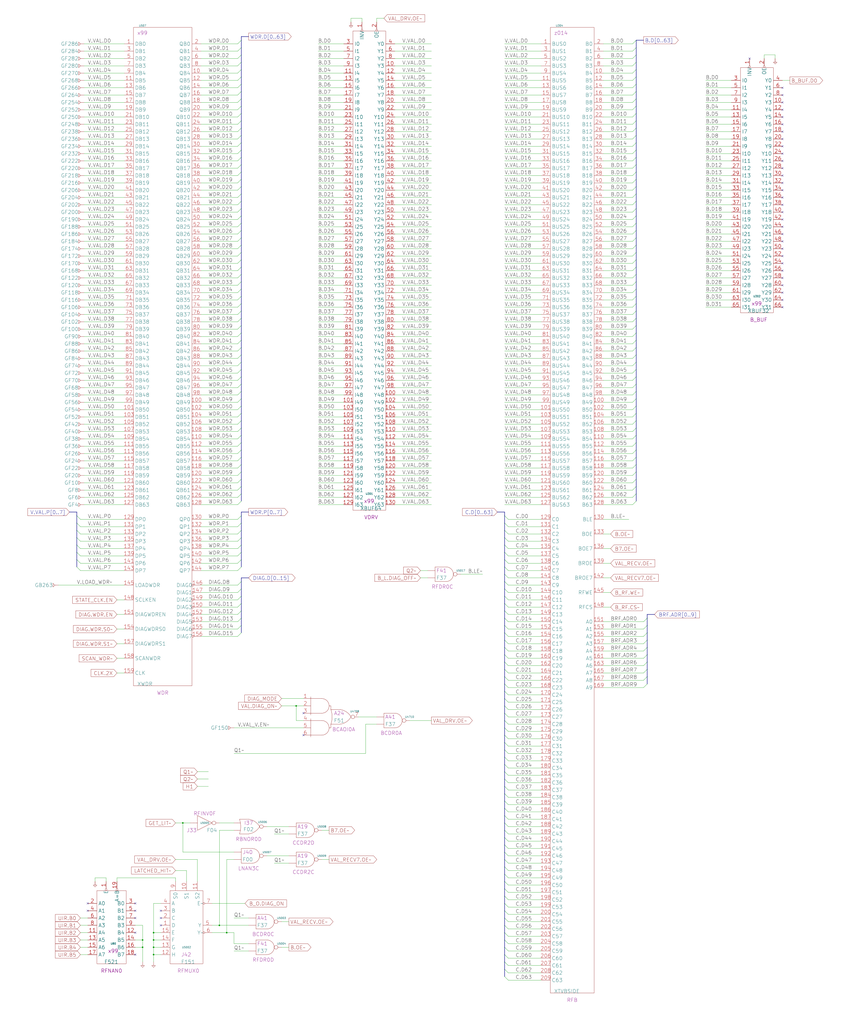
<source format=kicad_sch>
(kicad_sch (version 20230121) (generator eeschema)
  (paper "User" 584.2 711.2)
  (title_block (title "WRITE DATA REGISTER\\nINPUT BUFFER") (date "22-MAR-90") (rev "1.0") (comment 1 "VALUE") (comment 2 "232-003063") (comment 3 "S400") (comment 4 "RELEASED"))
  (junction (at 106.68 662.94))
  (junction (at 106.68 657.86))
  (junction (at 106.68 647.7))
  (junction (at 205.74 490.22))
  (junction (at 106.68 652.78))
  (junction (at 127 571.5))
  (junction (at 157.48 647.7))
  (junction (at 152.4 642.62))
  (junction (at 99.06 657.86))
  (junction (at 99.06 652.78))
  (no_connect (at 543.56 203.2))
  (no_connect (at 543.56 81.28))
  (no_connect (at 543.56 213.36))
  (no_connect (at 543.56 167.64))
  (no_connect (at 60.96 632.46))
  (no_connect (at 210.82 495.3))
  (no_connect (at 543.56 116.84))
  (no_connect (at 543.56 152.4))
  (no_connect (at 543.56 193.04))
  (no_connect (at 543.56 111.76))
  (no_connect (at 543.56 157.48))
  (no_connect (at 543.56 96.52))
  (no_connect (at 93.98 627.38))
  (no_connect (at 543.56 172.72))
  (no_connect (at 543.56 60.96))
  (no_connect (at 543.56 106.68))
  (no_connect (at 111.76 632.46))
  (no_connect (at 543.56 76.2))
  (no_connect (at 543.56 198.12))
  (no_connect (at 520.7 40.64))
  (no_connect (at 60.96 627.38))
  (no_connect (at 543.56 137.16))
  (no_connect (at 543.56 71.12))
  (no_connect (at 111.76 642.62))
  (no_connect (at 543.56 147.32))
  (no_connect (at 543.56 101.6))
  (no_connect (at 93.98 637.54))
  (no_connect (at 93.98 647.7))
  (no_connect (at 543.56 121.92))
  (no_connect (at 543.56 208.28))
  (no_connect (at 543.56 182.88))
  (no_connect (at 543.56 132.08))
  (no_connect (at 210.82 510.54))
  (no_connect (at 543.56 86.36))
  (no_connect (at 111.76 637.54))
  (no_connect (at 93.98 632.46))
  (no_connect (at 543.56 187.96))
  (no_connect (at 543.56 66.04))
  (no_connect (at 543.56 177.8))
  (no_connect (at 543.56 142.24))
  (no_connect (at 543.56 91.44))
  (no_connect (at 543.56 162.56))
  (no_connect (at 543.56 127))
  (no_connect (at 93.98 662.94))
  (bus_entry (at 167.64 185.42) (size -2.54 2.54))
  (bus_entry (at 167.64 99.06) (size -2.54 2.54))
  (bus_entry (at 441.96 337.82) (size -2.54 2.54))
  (bus_entry (at 350.52 454.66) (size 2.54 2.54))
  (bus_entry (at 449.58 464.82) (size -2.54 2.54))
  (bus_entry (at 167.64 83.82) (size -2.54 2.54))
  (bus_entry (at 350.52 657.86) (size 2.54 2.54))
  (bus_entry (at 441.96 104.14) (size -2.54 2.54))
  (bus_entry (at 167.64 180.34) (size -2.54 2.54))
  (bus_entry (at 441.96 317.5) (size -2.54 2.54))
  (bus_entry (at 350.52 622.3) (size 2.54 2.54))
  (bus_entry (at 350.52 439.42) (size 2.54 2.54))
  (bus_entry (at 167.64 149.86) (size -2.54 2.54))
  (bus_entry (at 167.64 241.3) (size -2.54 2.54))
  (bus_entry (at 167.64 124.46) (size -2.54 2.54))
  (bus_entry (at 167.64 68.58) (size -2.54 2.54))
  (bus_entry (at 441.96 251.46) (size -2.54 2.54))
  (bus_entry (at 441.96 302.26) (size -2.54 2.54))
  (bus_entry (at 449.58 444.5) (size -2.54 2.54))
  (bus_entry (at 441.96 261.62) (size -2.54 2.54))
  (bus_entry (at 350.52 500.38) (size 2.54 2.54))
  (bus_entry (at 167.64 33.02) (size -2.54 2.54))
  (bus_entry (at 441.96 38.1) (size -2.54 2.54))
  (bus_entry (at 167.64 195.58) (size -2.54 2.54))
  (bus_entry (at 167.64 271.78) (size -2.54 2.54))
  (bus_entry (at 167.64 246.38) (size -2.54 2.54))
  (bus_entry (at 350.52 678.18) (size 2.54 2.54))
  (bus_entry (at 350.52 546.1) (size 2.54 2.54))
  (bus_entry (at 167.64 88.9) (size -2.54 2.54))
  (bus_entry (at 449.58 474.98) (size -2.54 2.54))
  (bus_entry (at 167.64 393.7) (size -2.54 2.54))
  (bus_entry (at 449.58 454.66) (size -2.54 2.54))
  (bus_entry (at 167.64 231.14) (size -2.54 2.54))
  (bus_entry (at 167.64 215.9) (size -2.54 2.54))
  (bus_entry (at 449.58 429.26) (size -2.54 2.54))
  (bus_entry (at 167.64 388.62) (size -2.54 2.54))
  (bus_entry (at 53.34 363.22) (size 2.54 2.54))
  (bus_entry (at 167.64 48.26) (size -2.54 2.54))
  (bus_entry (at 350.52 632.46) (size 2.54 2.54))
  (bus_entry (at 350.52 363.22) (size 2.54 2.54))
  (bus_entry (at 441.96 312.42) (size -2.54 2.54))
  (bus_entry (at 441.96 93.98) (size -2.54 2.54))
  (bus_entry (at 167.64 104.14) (size -2.54 2.54))
  (bus_entry (at 350.52 398.78) (size 2.54 2.54))
  (bus_entry (at 449.58 459.74) (size -2.54 2.54))
  (bus_entry (at 441.96 83.82) (size -2.54 2.54))
  (bus_entry (at 441.96 144.78) (size -2.54 2.54))
  (bus_entry (at 441.96 88.9) (size -2.54 2.54))
  (bus_entry (at 167.64 175.26) (size -2.54 2.54))
  (bus_entry (at 53.34 393.7) (size 2.54 2.54))
  (bus_entry (at 449.58 439.42) (size -2.54 2.54))
  (bus_entry (at 350.52 601.98) (size 2.54 2.54))
  (bus_entry (at 167.64 287.02) (size -2.54 2.54))
  (bus_entry (at 167.64 383.54) (size -2.54 2.54))
  (bus_entry (at 350.52 449.58) (size 2.54 2.54))
  (bus_entry (at 167.64 281.94) (size -2.54 2.54))
  (bus_entry (at 53.34 383.54) (size 2.54 2.54))
  (bus_entry (at 441.96 129.54) (size -2.54 2.54))
  (bus_entry (at 350.52 408.94) (size 2.54 2.54))
  (bus_entry (at 350.52 652.78) (size 2.54 2.54))
  (bus_entry (at 350.52 474.98) (size 2.54 2.54))
  (bus_entry (at 441.96 297.18) (size -2.54 2.54))
  (bus_entry (at 350.52 520.7) (size 2.54 2.54))
  (bus_entry (at 350.52 444.5) (size 2.54 2.54))
  (bus_entry (at 350.52 561.34) (size 2.54 2.54))
  (bus_entry (at 167.64 190.5) (size -2.54 2.54))
  (bus_entry (at 441.96 114.3) (size -2.54 2.54))
  (bus_entry (at 350.52 490.22) (size 2.54 2.54))
  (bus_entry (at 167.64 205.74) (size -2.54 2.54))
  (bus_entry (at 350.52 459.74) (size 2.54 2.54))
  (bus_entry (at 441.96 134.62) (size -2.54 2.54))
  (bus_entry (at 441.96 58.42) (size -2.54 2.54))
  (bus_entry (at 441.96 119.38) (size -2.54 2.54))
  (bus_entry (at 441.96 342.9) (size -2.54 2.54))
  (bus_entry (at 350.52 480.06) (size 2.54 2.54))
  (bus_entry (at 167.64 139.7) (size -2.54 2.54))
  (bus_entry (at 441.96 149.86) (size -2.54 2.54))
  (bus_entry (at 441.96 154.94) (size -2.54 2.54))
  (bus_entry (at 441.96 292.1) (size -2.54 2.54))
  (bus_entry (at 441.96 160.02) (size -2.54 2.54))
  (bus_entry (at 167.64 236.22) (size -2.54 2.54))
  (bus_entry (at 167.64 261.62) (size -2.54 2.54))
  (bus_entry (at 441.96 139.7) (size -2.54 2.54))
  (bus_entry (at 350.52 378.46) (size 2.54 2.54))
  (bus_entry (at 441.96 200.66) (size -2.54 2.54))
  (bus_entry (at 350.52 510.54) (size 2.54 2.54))
  (bus_entry (at 167.64 408.94) (size -2.54 2.54))
  (bus_entry (at 53.34 388.62) (size 2.54 2.54))
  (bus_entry (at 167.64 434.34) (size -2.54 2.54))
  (bus_entry (at 350.52 591.82) (size 2.54 2.54))
  (bus_entry (at 350.52 612.14) (size 2.54 2.54))
  (bus_entry (at 350.52 551.18) (size 2.54 2.54))
  (bus_entry (at 167.64 378.46) (size -2.54 2.54))
  (bus_entry (at 167.64 368.3) (size -2.54 2.54))
  (bus_entry (at 350.52 434.34) (size 2.54 2.54))
  (bus_entry (at 441.96 241.3) (size -2.54 2.54))
  (bus_entry (at 441.96 99.06) (size -2.54 2.54))
  (bus_entry (at 167.64 424.18) (size -2.54 2.54))
  (bus_entry (at 167.64 210.82) (size -2.54 2.54))
  (bus_entry (at 449.58 434.34) (size -2.54 2.54))
  (bus_entry (at 350.52 388.62) (size 2.54 2.54))
  (bus_entry (at 350.52 505.46) (size 2.54 2.54))
  (bus_entry (at 441.96 109.22) (size -2.54 2.54))
  (bus_entry (at 53.34 373.38) (size 2.54 2.54))
  (bus_entry (at 167.64 363.22) (size -2.54 2.54))
  (bus_entry (at 167.64 129.54) (size -2.54 2.54))
  (bus_entry (at 167.64 292.1) (size -2.54 2.54))
  (bus_entry (at 350.52 469.9) (size 2.54 2.54))
  (bus_entry (at 350.52 673.1) (size 2.54 2.54))
  (bus_entry (at 167.64 419.1) (size -2.54 2.54))
  (bus_entry (at 441.96 332.74) (size -2.54 2.54))
  (bus_entry (at 167.64 307.34) (size -2.54 2.54))
  (bus_entry (at 449.58 469.9) (size -2.54 2.54))
  (bus_entry (at 167.64 63.5) (size -2.54 2.54))
  (bus_entry (at 441.96 327.66) (size -2.54 2.54))
  (bus_entry (at 441.96 180.34) (size -2.54 2.54))
  (bus_entry (at 441.96 185.42) (size -2.54 2.54))
  (bus_entry (at 167.64 297.18) (size -2.54 2.54))
  (bus_entry (at 350.52 637.54) (size 2.54 2.54))
  (bus_entry (at 441.96 281.94) (size -2.54 2.54))
  (bus_entry (at 350.52 535.94) (size 2.54 2.54))
  (bus_entry (at 441.96 246.38) (size -2.54 2.54))
  (bus_entry (at 441.96 266.7) (size -2.54 2.54))
  (bus_entry (at 350.52 530.86) (size 2.54 2.54))
  (bus_entry (at 167.64 347.98) (size -2.54 2.54))
  (bus_entry (at 167.64 154.94) (size -2.54 2.54))
  (bus_entry (at 167.64 302.26) (size -2.54 2.54))
  (bus_entry (at 441.96 276.86) (size -2.54 2.54))
  (bus_entry (at 441.96 215.9) (size -2.54 2.54))
  (bus_entry (at 350.52 627.38) (size 2.54 2.54))
  (bus_entry (at 167.64 27.94) (size -2.54 2.54))
  (bus_entry (at 167.64 114.3) (size -2.54 2.54))
  (bus_entry (at 441.96 78.74) (size -2.54 2.54))
  (bus_entry (at 167.64 429.26) (size -2.54 2.54))
  (bus_entry (at 167.64 251.46) (size -2.54 2.54))
  (bus_entry (at 167.64 332.74) (size -2.54 2.54))
  (bus_entry (at 441.96 165.1) (size -2.54 2.54))
  (bus_entry (at 167.64 119.38) (size -2.54 2.54))
  (bus_entry (at 167.64 73.66) (size -2.54 2.54))
  (bus_entry (at 441.96 307.34) (size -2.54 2.54))
  (bus_entry (at 167.64 144.78) (size -2.54 2.54))
  (bus_entry (at 441.96 231.14) (size -2.54 2.54))
  (bus_entry (at 167.64 276.86) (size -2.54 2.54))
  (bus_entry (at 167.64 439.42) (size -2.54 2.54))
  (bus_entry (at 441.96 48.26) (size -2.54 2.54))
  (bus_entry (at 167.64 358.14) (size -2.54 2.54))
  (bus_entry (at 350.52 403.86) (size 2.54 2.54))
  (bus_entry (at 441.96 195.58) (size -2.54 2.54))
  (bus_entry (at 350.52 368.3) (size 2.54 2.54))
  (bus_entry (at 350.52 556.26) (size 2.54 2.54))
  (bus_entry (at 441.96 53.34) (size -2.54 2.54))
  (bus_entry (at 350.52 393.7) (size 2.54 2.54))
  (bus_entry (at 350.52 576.58) (size 2.54 2.54))
  (bus_entry (at 53.34 358.14) (size 2.54 2.54))
  (bus_entry (at 350.52 571.5) (size 2.54 2.54))
  (bus_entry (at 441.96 226.06) (size -2.54 2.54))
  (bus_entry (at 350.52 424.18) (size 2.54 2.54))
  (bus_entry (at 350.52 647.7) (size 2.54 2.54))
  (bus_entry (at 350.52 581.66) (size 2.54 2.54))
  (bus_entry (at 53.34 378.46) (size 2.54 2.54))
  (bus_entry (at 441.96 33.02) (size -2.54 2.54))
  (bus_entry (at 167.64 342.9) (size -2.54 2.54))
  (bus_entry (at 441.96 175.26) (size -2.54 2.54))
  (bus_entry (at 167.64 414.02) (size -2.54 2.54))
  (bus_entry (at 167.64 322.58) (size -2.54 2.54))
  (bus_entry (at 350.52 373.38) (size 2.54 2.54))
  (bus_entry (at 441.96 210.82) (size -2.54 2.54))
  (bus_entry (at 350.52 429.26) (size 2.54 2.54))
  (bus_entry (at 350.52 525.78) (size 2.54 2.54))
  (bus_entry (at 350.52 414.02) (size 2.54 2.54))
  (bus_entry (at 350.52 419.1) (size 2.54 2.54))
  (bus_entry (at 167.64 403.86) (size -2.54 2.54))
  (bus_entry (at 167.64 134.62) (size -2.54 2.54))
  (bus_entry (at 167.64 93.98) (size -2.54 2.54))
  (bus_entry (at 167.64 38.1) (size -2.54 2.54))
  (bus_entry (at 350.52 642.62) (size 2.54 2.54))
  (bus_entry (at 167.64 78.74) (size -2.54 2.54))
  (bus_entry (at 350.52 541.02) (size 2.54 2.54))
  (bus_entry (at 350.52 464.82) (size 2.54 2.54))
  (bus_entry (at 167.64 226.06) (size -2.54 2.54))
  (bus_entry (at 441.96 236.22) (size -2.54 2.54))
  (bus_entry (at 441.96 190.5) (size -2.54 2.54))
  (bus_entry (at 167.64 53.34) (size -2.54 2.54))
  (bus_entry (at 167.64 200.66) (size -2.54 2.54))
  (bus_entry (at 441.96 256.54) (size -2.54 2.54))
  (bus_entry (at 350.52 607.06) (size 2.54 2.54))
  (bus_entry (at 441.96 73.66) (size -2.54 2.54))
  (bus_entry (at 350.52 586.74) (size 2.54 2.54))
  (bus_entry (at 350.52 383.54) (size 2.54 2.54))
  (bus_entry (at 449.58 449.58) (size -2.54 2.54))
  (bus_entry (at 350.52 358.14) (size 2.54 2.54))
  (bus_entry (at 167.64 58.42) (size -2.54 2.54))
  (bus_entry (at 441.96 220.98) (size -2.54 2.54))
  (bus_entry (at 350.52 617.22) (size 2.54 2.54))
  (bus_entry (at 167.64 220.98) (size -2.54 2.54))
  (bus_entry (at 441.96 170.18) (size -2.54 2.54))
  (bus_entry (at 167.64 256.54) (size -2.54 2.54))
  (bus_entry (at 167.64 165.1) (size -2.54 2.54))
  (bus_entry (at 441.96 43.18) (size -2.54 2.54))
  (bus_entry (at 167.64 170.18) (size -2.54 2.54))
  (bus_entry (at 441.96 271.78) (size -2.54 2.54))
  (bus_entry (at 167.64 266.7) (size -2.54 2.54))
  (bus_entry (at 167.64 43.18) (size -2.54 2.54))
  (bus_entry (at 350.52 566.42) (size 2.54 2.54))
  (bus_entry (at 441.96 347.98) (size -2.54 2.54))
  (bus_entry (at 441.96 322.58) (size -2.54 2.54))
  (bus_entry (at 441.96 205.74) (size -2.54 2.54))
  (bus_entry (at 441.96 63.5) (size -2.54 2.54))
  (bus_entry (at 167.64 373.38) (size -2.54 2.54))
  (bus_entry (at 350.52 668.02) (size 2.54 2.54))
  (bus_entry (at 350.52 515.62) (size 2.54 2.54))
  (bus_entry (at 167.64 317.5) (size -2.54 2.54))
  (bus_entry (at 167.64 109.22) (size -2.54 2.54))
  (bus_entry (at 441.96 124.46) (size -2.54 2.54))
  (bus_entry (at 441.96 68.58) (size -2.54 2.54))
  (bus_entry (at 167.64 337.82) (size -2.54 2.54))
  (bus_entry (at 167.64 327.66) (size -2.54 2.54))
  (bus_entry (at 441.96 287.02) (size -2.54 2.54))
  (bus_entry (at 350.52 495.3) (size 2.54 2.54))
  (bus_entry (at 167.64 160.02) (size -2.54 2.54))
  (bus_entry (at 53.34 368.3) (size 2.54 2.54))
  (bus_entry (at 167.64 312.42) (size -2.54 2.54))
  (bus_entry (at 350.52 596.9) (size 2.54 2.54))
  (bus_entry (at 441.96 27.94) (size -2.54 2.54))
  (bus_entry (at 350.52 662.94) (size 2.54 2.54))
  (bus_entry (at 350.52 485.14) (size 2.54 2.54))
  (bus (pts (xy 441.96 68.58) (xy 441.96 73.66)))
  (wire (pts (xy 299.72 193.04) (xy 274.32 193.04)))
  (wire (pts (xy 447.04 477.52) (xy 419.1 477.52)))
  (bus (pts (xy 441.96 104.14) (xy 441.96 109.22)))
  (wire (pts (xy 58.42 55.88) (xy 86.36 55.88)))
  (wire (pts (xy 375.92 594.36) (xy 353.06 594.36)))
  (wire (pts (xy 127 591.82) (xy 162.56 591.82)))
  (wire (pts (xy 106.68 657.86) (xy 111.76 657.86)))
  (bus (pts (xy 350.52 358.14) (xy 350.52 363.22)))
  (wire (pts (xy 139.7 127) (xy 165.1 127)))
  (wire (pts (xy 419.1 111.76) (xy 439.42 111.76)))
  (bus (pts (xy 53.34 388.62) (xy 53.34 393.7)))
  (wire (pts (xy 274.32 350.52) (xy 299.72 350.52)))
  (wire (pts (xy 139.7 152.4) (xy 165.1 152.4)))
  (wire (pts (xy 55.88 642.62) (xy 60.96 642.62)))
  (bus (pts (xy 441.96 342.9) (xy 441.96 347.98)))
  (wire (pts (xy 139.7 335.28) (xy 165.1 335.28)))
  (wire (pts (xy 419.1 71.12) (xy 439.42 71.12)))
  (wire (pts (xy 274.32 320.04) (xy 299.72 320.04)))
  (bus (pts (xy 167.64 383.54) (xy 167.64 378.46)))
  (wire (pts (xy 139.7 279.4) (xy 165.1 279.4)))
  (wire (pts (xy 350.52 213.36) (xy 375.92 213.36)))
  (wire (pts (xy 58.42 111.76) (xy 86.36 111.76)))
  (wire (pts (xy 350.52 86.36) (xy 375.92 86.36)))
  (wire (pts (xy 190.5 599.44) (xy 200.66 599.44)))
  (bus (pts (xy 350.52 429.26) (xy 350.52 434.34)))
  (wire (pts (xy 543.56 55.88) (xy 548.64 55.88)))
  (wire (pts (xy 139.7 142.24) (xy 165.1 142.24)))
  (wire (pts (xy 490.22 162.56) (xy 508 162.56)))
  (bus (pts (xy 167.64 215.9) (xy 167.64 220.98)))
  (wire (pts (xy 58.42 76.2) (xy 86.36 76.2)))
  (bus (pts (xy 350.52 601.98) (xy 350.52 607.06)))
  (wire (pts (xy 238.76 45.72) (xy 220.98 45.72)))
  (wire (pts (xy 157.48 647.7) (xy 157.48 596.9)))
  (bus (pts (xy 167.64 160.02) (xy 167.64 165.1)))
  (wire (pts (xy 350.52 81.28) (xy 375.92 81.28)))
  (wire (pts (xy 81.28 609.6) (xy 81.28 612.14)))
  (wire (pts (xy 139.7 182.88) (xy 165.1 182.88)))
  (bus (pts (xy 449.58 454.66) (xy 449.58 459.74)))
  (wire (pts (xy 205.74 490.22) (xy 210.82 490.22)))
  (wire (pts (xy 58.42 127) (xy 86.36 127)))
  (wire (pts (xy 238.76 121.92) (xy 220.98 121.92)))
  (wire (pts (xy 299.72 55.88) (xy 274.32 55.88)))
  (wire (pts (xy 419.1 370.84) (xy 424.18 370.84)))
  (wire (pts (xy 419.1 330.2) (xy 439.42 330.2)))
  (wire (pts (xy 490.22 111.76) (xy 508 111.76)))
  (bus (pts (xy 441.96 38.1) (xy 441.96 43.18)))
  (bus (pts (xy 167.64 73.66) (xy 167.64 68.58)))
  (bus (pts (xy 441.96 200.66) (xy 441.96 205.74)))
  (wire (pts (xy 58.42 248.92) (xy 86.36 248.92)))
  (bus (pts (xy 441.96 220.98) (xy 441.96 226.06)))
  (wire (pts (xy 375.92 670.56) (xy 353.06 670.56)))
  (wire (pts (xy 299.72 71.12) (xy 274.32 71.12)))
  (bus (pts (xy 167.64 403.86) (xy 167.64 408.94)))
  (bus (pts (xy 167.64 129.54) (xy 167.64 124.46)))
  (wire (pts (xy 375.92 436.88) (xy 353.06 436.88)))
  (wire (pts (xy 350.52 167.64) (xy 375.92 167.64)))
  (bus (pts (xy 441.96 271.78) (xy 441.96 276.86)))
  (bus (pts (xy 350.52 546.1) (xy 350.52 551.18)))
  (bus (pts (xy 53.34 378.46) (xy 53.34 383.54)))
  (wire (pts (xy 299.72 304.8) (xy 274.32 304.8)))
  (wire (pts (xy 238.76 147.32) (xy 220.98 147.32)))
  (bus (pts (xy 350.52 647.7) (xy 350.52 652.78)))
  (wire (pts (xy 490.22 193.04) (xy 508 193.04)))
  (wire (pts (xy 139.7 177.8) (xy 165.1 177.8)))
  (wire (pts (xy 58.42 177.8) (xy 86.36 177.8)))
  (wire (pts (xy 139.7 304.8) (xy 165.1 304.8)))
  (bus (pts (xy 167.64 78.74) (xy 167.64 83.82)))
  (wire (pts (xy 375.92 553.72) (xy 353.06 553.72)))
  (wire (pts (xy 195.58 485.14) (xy 210.82 485.14)))
  (bus (pts (xy 441.96 256.54) (xy 441.96 261.62)))
  (wire (pts (xy 419.1 157.48) (xy 439.42 157.48)))
  (bus (pts (xy 350.52 434.34) (xy 350.52 439.42)))
  (bus (pts (xy 441.96 195.58) (xy 441.96 200.66)))
  (wire (pts (xy 419.1 345.44) (xy 439.42 345.44)))
  (wire (pts (xy 254 502.92) (xy 261.62 502.92)))
  (wire (pts (xy 375.92 660.4) (xy 353.06 660.4)))
  (wire (pts (xy 419.1 304.8) (xy 439.42 304.8)))
  (wire (pts (xy 238.76 132.08) (xy 220.98 132.08)))
  (wire (pts (xy 375.92 462.28) (xy 353.06 462.28)))
  (wire (pts (xy 299.72 96.52) (xy 274.32 96.52)))
  (wire (pts (xy 127 571.5) (xy 132.08 571.5)))
  (wire (pts (xy 58.42 238.76) (xy 86.36 238.76)))
  (bus (pts (xy 167.64 287.02) (xy 167.64 281.94)))
  (bus (pts (xy 167.64 378.46) (xy 167.64 373.38)))
  (wire (pts (xy 375.92 411.48) (xy 353.06 411.48)))
  (wire (pts (xy 350.52 152.4) (xy 375.92 152.4)))
  (bus (pts (xy 167.64 355.6) (xy 172.72 355.6)))
  (wire (pts (xy 139.7 86.36) (xy 165.1 86.36)))
  (wire (pts (xy 106.68 647.7) (xy 111.76 647.7)))
  (wire (pts (xy 139.7 106.68) (xy 165.1 106.68)))
  (wire (pts (xy 350.52 177.8) (xy 375.92 177.8)))
  (bus (pts (xy 350.52 510.54) (xy 350.52 515.62)))
  (bus (pts (xy 167.64 109.22) (xy 167.64 104.14)))
  (bus (pts (xy 167.64 25.4) (xy 167.64 27.94)))
  (bus (pts (xy 350.52 383.54) (xy 350.52 388.62)))
  (wire (pts (xy 447.04 436.88) (xy 419.1 436.88)))
  (wire (pts (xy 139.7 223.52) (xy 165.1 223.52)))
  (bus (pts (xy 441.96 231.14) (xy 441.96 236.22)))
  (bus (pts (xy 350.52 414.02) (xy 350.52 419.1)))
  (wire (pts (xy 162.56 647.7) (xy 162.56 655.32)))
  (wire (pts (xy 299.72 264.16) (xy 274.32 264.16)))
  (bus (pts (xy 167.64 190.5) (xy 167.64 195.58)))
  (wire (pts (xy 58.42 182.88) (xy 86.36 182.88)))
  (wire (pts (xy 238.76 274.32) (xy 220.98 274.32)))
  (wire (pts (xy 58.42 233.68) (xy 86.36 233.68)))
  (wire (pts (xy 238.76 167.64) (xy 220.98 167.64)))
  (bus (pts (xy 167.64 93.98) (xy 167.64 99.06)))
  (wire (pts (xy 375.92 604.52) (xy 353.06 604.52)))
  (wire (pts (xy 238.76 106.68) (xy 220.98 106.68)))
  (wire (pts (xy 139.7 228.6) (xy 165.1 228.6)))
  (wire (pts (xy 419.1 60.96) (xy 439.42 60.96)))
  (wire (pts (xy 238.76 81.28) (xy 220.98 81.28)))
  (wire (pts (xy 58.42 157.48) (xy 86.36 157.48)))
  (wire (pts (xy 139.7 50.8) (xy 165.1 50.8)))
  (wire (pts (xy 139.7 137.16) (xy 165.1 137.16)))
  (bus (pts (xy 441.96 246.38) (xy 441.96 251.46)))
  (bus (pts (xy 167.64 393.7) (xy 167.64 388.62)))
  (bus (pts (xy 167.64 68.58) (xy 167.64 63.5)))
  (wire (pts (xy 147.32 642.62) (xy 152.4 642.62)))
  (bus (pts (xy 350.52 439.42) (xy 350.52 444.5)))
  (wire (pts (xy 139.7 30.48) (xy 165.1 30.48)))
  (wire (pts (xy 419.1 106.68) (xy 439.42 106.68)))
  (wire (pts (xy 58.42 71.12) (xy 86.36 71.12)))
  (wire (pts (xy 350.52 274.32) (xy 375.92 274.32)))
  (wire (pts (xy 419.1 243.84) (xy 439.42 243.84)))
  (wire (pts (xy 419.1 193.04) (xy 439.42 193.04)))
  (wire (pts (xy 274.32 340.36) (xy 299.72 340.36)))
  (wire (pts (xy 350.52 132.08) (xy 375.92 132.08)))
  (wire (pts (xy 299.72 66.04) (xy 274.32 66.04)))
  (bus (pts (xy 350.52 535.94) (xy 350.52 541.02)))
  (wire (pts (xy 137.16 546.1) (xy 144.78 546.1)))
  (wire (pts (xy 299.72 259.08) (xy 274.32 259.08)))
  (wire (pts (xy 238.76 162.56) (xy 220.98 162.56)))
  (wire (pts (xy 375.92 457.2) (xy 353.06 457.2)))
  (wire (pts (xy 490.22 172.72) (xy 508 172.72)))
  (bus (pts (xy 167.64 134.62) (xy 167.64 129.54)))
  (bus (pts (xy 167.64 88.9) (xy 167.64 93.98)))
  (bus (pts (xy 441.96 302.26) (xy 441.96 307.34)))
  (bus (pts (xy 441.96 124.46) (xy 441.96 129.54)))
  (wire (pts (xy 58.42 137.16) (xy 86.36 137.16)))
  (bus (pts (xy 441.96 160.02) (xy 441.96 165.1)))
  (bus (pts (xy 441.96 226.06) (xy 441.96 231.14)))
  (wire (pts (xy 58.42 147.32) (xy 86.36 147.32)))
  (wire (pts (xy 139.7 157.48) (xy 165.1 157.48)))
  (wire (pts (xy 185.42 574.04) (xy 200.66 574.04)))
  (wire (pts (xy 350.52 157.48) (xy 375.92 157.48)))
  (wire (pts (xy 58.42 243.84) (xy 86.36 243.84)))
  (wire (pts (xy 375.92 609.6) (xy 353.06 609.6)))
  (wire (pts (xy 58.42 330.2) (xy 86.36 330.2)))
  (wire (pts (xy 299.72 35.56) (xy 274.32 35.56)))
  (wire (pts (xy 419.1 279.4) (xy 439.42 279.4)))
  (bus (pts (xy 449.58 426.72) (xy 449.58 429.26)))
  (bus (pts (xy 345.44 355.6) (xy 350.52 355.6)))
  (bus (pts (xy 441.96 170.18) (xy 441.96 175.26)))
  (wire (pts (xy 419.1 269.24) (xy 439.42 269.24)))
  (wire (pts (xy 220.98 340.36) (xy 238.76 340.36)))
  (bus (pts (xy 167.64 83.82) (xy 167.64 88.9)))
  (wire (pts (xy 139.7 426.72) (xy 165.1 426.72)))
  (bus (pts (xy 350.52 398.78) (xy 350.52 403.86)))
  (bus (pts (xy 350.52 388.62) (xy 350.52 393.7)))
  (bus (pts (xy 167.64 170.18) (xy 167.64 165.1)))
  (wire (pts (xy 139.7 66.04) (xy 165.1 66.04)))
  (wire (pts (xy 419.1 421.64) (xy 424.18 421.64)))
  (wire (pts (xy 419.1 147.32) (xy 439.42 147.32)))
  (wire (pts (xy 238.76 55.88) (xy 220.98 55.88)))
  (wire (pts (xy 447.04 431.8) (xy 419.1 431.8)))
  (bus (pts (xy 350.52 480.06) (xy 350.52 485.14)))
  (wire (pts (xy 419.1 137.16) (xy 439.42 137.16)))
  (bus (pts (xy 441.96 266.7) (xy 441.96 271.78)))
  (wire (pts (xy 320.04 398.78) (xy 335.28 398.78)))
  (wire (pts (xy 350.52 223.52) (xy 375.92 223.52)))
  (wire (pts (xy 419.1 254) (xy 439.42 254)))
  (wire (pts (xy 238.76 96.52) (xy 220.98 96.52)))
  (wire (pts (xy 375.92 650.24) (xy 353.06 650.24)))
  (bus (pts (xy 441.96 109.22) (xy 441.96 114.3)))
  (wire (pts (xy 350.52 208.28) (xy 375.92 208.28)))
  (wire (pts (xy 139.7 238.76) (xy 165.1 238.76)))
  (wire (pts (xy 299.72 86.36) (xy 274.32 86.36)))
  (bus (pts (xy 167.64 185.42) (xy 167.64 190.5)))
  (wire (pts (xy 419.1 274.32) (xy 439.42 274.32)))
  (wire (pts (xy 139.7 406.4) (xy 165.1 406.4)))
  (bus (pts (xy 350.52 612.14) (xy 350.52 617.22)))
  (wire (pts (xy 375.92 467.36) (xy 353.06 467.36)))
  (wire (pts (xy 490.22 60.96) (xy 508 60.96)))
  (wire (pts (xy 419.1 213.36) (xy 439.42 213.36)))
  (wire (pts (xy 490.22 198.12) (xy 508 198.12)))
  (bus (pts (xy 167.64 368.3) (xy 167.64 363.22)))
  (wire (pts (xy 139.7 233.68) (xy 165.1 233.68)))
  (bus (pts (xy 441.96 261.62) (xy 441.96 266.7)))
  (wire (pts (xy 157.48 596.9) (xy 162.56 596.9)))
  (wire (pts (xy 375.92 518.16) (xy 353.06 518.16)))
  (wire (pts (xy 238.76 228.6) (xy 220.98 228.6)))
  (bus (pts (xy 167.64 414.02) (xy 167.64 419.1)))
  (wire (pts (xy 99.06 642.62) (xy 99.06 652.78)))
  (wire (pts (xy 55.88 647.7) (xy 60.96 647.7)))
  (bus (pts (xy 441.96 144.78) (xy 441.96 149.86)))
  (wire (pts (xy 238.76 182.88) (xy 220.98 182.88)))
  (wire (pts (xy 58.42 279.4) (xy 86.36 279.4)))
  (bus (pts (xy 441.96 83.82) (xy 441.96 88.9)))
  (wire (pts (xy 58.42 228.6) (xy 86.36 228.6)))
  (wire (pts (xy 350.52 340.36) (xy 375.92 340.36)))
  (bus (pts (xy 350.52 464.82) (xy 350.52 469.9)))
  (wire (pts (xy 139.7 81.28) (xy 165.1 81.28)))
  (wire (pts (xy 238.76 91.44) (xy 220.98 91.44)))
  (wire (pts (xy 81.28 447.04) (xy 86.36 447.04)))
  (wire (pts (xy 58.42 116.84) (xy 86.36 116.84)))
  (bus (pts (xy 350.52 403.86) (xy 350.52 408.94)))
  (wire (pts (xy 58.42 198.12) (xy 86.36 198.12)))
  (wire (pts (xy 238.76 198.12) (xy 220.98 198.12)))
  (wire (pts (xy 419.1 66.04) (xy 439.42 66.04)))
  (wire (pts (xy 58.42 132.08) (xy 86.36 132.08)))
  (wire (pts (xy 284.48 500.38) (xy 299.72 500.38)))
  (wire (pts (xy 58.42 121.92) (xy 86.36 121.92)))
  (wire (pts (xy 375.92 502.92) (xy 353.06 502.92)))
  (bus (pts (xy 167.64 261.62) (xy 167.64 266.7)))
  (wire (pts (xy 73.66 609.6) (xy 73.66 612.14)))
  (wire (pts (xy 139.7 294.64) (xy 165.1 294.64)))
  (wire (pts (xy 58.42 218.44) (xy 86.36 218.44)))
  (wire (pts (xy 238.76 157.48) (xy 220.98 157.48)))
  (wire (pts (xy 350.52 254) (xy 375.92 254)))
  (bus (pts (xy 350.52 530.86) (xy 350.52 535.94)))
  (wire (pts (xy 419.1 187.96) (xy 439.42 187.96)))
  (wire (pts (xy 58.42 254) (xy 86.36 254)))
  (wire (pts (xy 419.1 162.56) (xy 439.42 162.56)))
  (bus (pts (xy 167.64 302.26) (xy 167.64 307.34)))
  (wire (pts (xy 350.52 147.32) (xy 375.92 147.32)))
  (wire (pts (xy 490.22 101.6) (xy 508 101.6)))
  (wire (pts (xy 299.72 45.72) (xy 274.32 45.72)))
  (wire (pts (xy 58.42 269.24) (xy 86.36 269.24)))
  (wire (pts (xy 58.42 314.96) (xy 86.36 314.96)))
  (wire (pts (xy 447.04 472.44) (xy 419.1 472.44)))
  (wire (pts (xy 419.1 309.88) (xy 439.42 309.88)))
  (wire (pts (xy 238.76 213.36) (xy 220.98 213.36)))
  (wire (pts (xy 419.1 45.72) (xy 439.42 45.72)))
  (wire (pts (xy 419.1 401.32) (xy 424.18 401.32)))
  (bus (pts (xy 449.58 469.9) (xy 449.58 474.98)))
  (wire (pts (xy 238.76 254) (xy 220.98 254)))
  (wire (pts (xy 375.92 619.76) (xy 353.06 619.76)))
  (wire (pts (xy 106.68 662.94) (xy 106.68 668.02)))
  (wire (pts (xy 490.22 187.96) (xy 508 187.96)))
  (wire (pts (xy 238.76 269.24) (xy 220.98 269.24)))
  (wire (pts (xy 238.76 152.4) (xy 220.98 152.4)))
  (bus (pts (xy 167.64 119.38) (xy 167.64 114.3)))
  (wire (pts (xy 419.1 127) (xy 439.42 127)))
  (wire (pts (xy 139.7 274.32) (xy 165.1 274.32)))
  (bus (pts (xy 350.52 607.06) (xy 350.52 612.14)))
  (wire (pts (xy 375.92 482.6) (xy 353.06 482.6)))
  (wire (pts (xy 350.52 106.68) (xy 375.92 106.68)))
  (wire (pts (xy 350.52 71.12) (xy 375.92 71.12)))
  (bus (pts (xy 167.64 185.42) (xy 167.64 180.34)))
  (bus (pts (xy 350.52 657.86) (xy 350.52 662.94)))
  (wire (pts (xy 375.92 640.08) (xy 353.06 640.08)))
  (bus (pts (xy 167.64 332.74) (xy 167.64 327.66)))
  (wire (pts (xy 139.7 284.48) (xy 165.1 284.48)))
  (bus (pts (xy 441.96 332.74) (xy 441.96 337.82)))
  (wire (pts (xy 299.72 147.32) (xy 274.32 147.32)))
  (wire (pts (xy 490.22 71.12) (xy 508 71.12)))
  (wire (pts (xy 299.72 167.64) (xy 274.32 167.64)))
  (wire (pts (xy 375.92 426.72) (xy 353.06 426.72)))
  (wire (pts (xy 139.7 340.36) (xy 165.1 340.36)))
  (wire (pts (xy 299.72 91.44) (xy 274.32 91.44)))
  (bus (pts (xy 441.96 185.42) (xy 441.96 190.5)))
  (wire (pts (xy 350.52 203.2) (xy 375.92 203.2)))
  (bus (pts (xy 441.96 114.3) (xy 441.96 119.38)))
  (bus (pts (xy 167.64 322.58) (xy 167.64 327.66)))
  (wire (pts (xy 299.72 132.08) (xy 274.32 132.08)))
  (wire (pts (xy 58.42 325.12) (xy 86.36 325.12)))
  (wire (pts (xy 162.56 505.46) (xy 210.82 505.46)))
  (wire (pts (xy 238.76 187.96) (xy 220.98 187.96)))
  (wire (pts (xy 58.42 294.64) (xy 86.36 294.64)))
  (bus (pts (xy 167.64 160.02) (xy 167.64 154.94)))
  (wire (pts (xy 220.98 320.04) (xy 238.76 320.04)))
  (wire (pts (xy 299.72 106.68) (xy 274.32 106.68)))
  (wire (pts (xy 58.42 86.36) (xy 86.36 86.36)))
  (wire (pts (xy 299.72 76.2) (xy 274.32 76.2)))
  (wire (pts (xy 238.76 289.56) (xy 220.98 289.56)))
  (bus (pts (xy 350.52 622.3) (xy 350.52 627.38)))
  (bus (pts (xy 167.64 114.3) (xy 167.64 109.22)))
  (wire (pts (xy 238.76 35.56) (xy 220.98 35.56)))
  (wire (pts (xy 350.52 314.96) (xy 375.92 314.96)))
  (wire (pts (xy 139.7 208.28) (xy 165.1 208.28)))
  (wire (pts (xy 375.92 487.68) (xy 353.06 487.68)))
  (bus (pts (xy 172.72 401.32) (xy 167.64 401.32)))
  (bus (pts (xy 167.64 419.1) (xy 167.64 424.18)))
  (wire (pts (xy 81.28 426.72) (xy 86.36 426.72)))
  (bus (pts (xy 167.64 241.3) (xy 167.64 236.22)))
  (wire (pts (xy 139.7 147.32) (xy 165.1 147.32)))
  (wire (pts (xy 490.22 147.32) (xy 508 147.32)))
  (bus (pts (xy 449.58 439.42) (xy 449.58 444.5)))
  (bus (pts (xy 441.96 78.74) (xy 441.96 83.82)))
  (wire (pts (xy 299.72 177.8) (xy 274.32 177.8)))
  (wire (pts (xy 147.32 647.7) (xy 157.48 647.7)))
  (wire (pts (xy 419.1 350.52) (xy 439.42 350.52)))
  (wire (pts (xy 190.5 579.12) (xy 200.66 579.12)))
  (bus (pts (xy 441.96 63.5) (xy 441.96 68.58)))
  (wire (pts (xy 375.92 599.44) (xy 353.06 599.44)))
  (wire (pts (xy 530.86 38.1) (xy 530.86 40.64)))
  (bus (pts (xy 53.34 358.14) (xy 53.34 363.22)))
  (wire (pts (xy 139.7 416.56) (xy 165.1 416.56)))
  (bus (pts (xy 441.96 215.9) (xy 441.96 220.98)))
  (wire (pts (xy 139.7 299.72) (xy 165.1 299.72)))
  (wire (pts (xy 58.42 96.52) (xy 86.36 96.52)))
  (bus (pts (xy 449.58 429.26) (xy 449.58 434.34)))
  (wire (pts (xy 375.92 386.08) (xy 353.06 386.08)))
  (wire (pts (xy 58.42 172.72) (xy 86.36 172.72)))
  (wire (pts (xy 299.72 30.48) (xy 274.32 30.48)))
  (wire (pts (xy 350.52 66.04) (xy 375.92 66.04)))
  (wire (pts (xy 220.98 330.2) (xy 238.76 330.2)))
  (bus (pts (xy 167.64 226.06) (xy 167.64 231.14)))
  (wire (pts (xy 274.32 325.12) (xy 299.72 325.12)))
  (bus (pts (xy 167.64 317.5) (xy 167.64 322.58)))
  (wire (pts (xy 274.32 314.96) (xy 299.72 314.96)))
  (wire (pts (xy 58.42 40.64) (xy 86.36 40.64)))
  (bus (pts (xy 441.96 190.5) (xy 441.96 195.58)))
  (wire (pts (xy 139.7 264.16) (xy 165.1 264.16)))
  (wire (pts (xy 243.84 12.7) (xy 251.46 12.7)))
  (wire (pts (xy 419.1 294.64) (xy 439.42 294.64)))
  (wire (pts (xy 299.72 157.48) (xy 274.32 157.48)))
  (bus (pts (xy 350.52 520.7) (xy 350.52 525.78)))
  (bus (pts (xy 441.96 93.98) (xy 441.96 99.06)))
  (bus (pts (xy 167.64 139.7) (xy 167.64 144.78)))
  (wire (pts (xy 139.7 309.88) (xy 165.1 309.88)))
  (wire (pts (xy 375.92 416.56) (xy 353.06 416.56)))
  (bus (pts (xy 167.64 292.1) (xy 167.64 297.18)))
  (bus (pts (xy 167.64 408.94) (xy 167.64 414.02)))
  (bus (pts (xy 447.04 27.94) (xy 441.96 27.94)))
  (bus (pts (xy 167.64 388.62) (xy 167.64 383.54)))
  (wire (pts (xy 375.92 406.4) (xy 353.06 406.4)))
  (wire (pts (xy 299.72 274.32) (xy 274.32 274.32)))
  (wire (pts (xy 139.7 314.96) (xy 165.1 314.96)))
  (wire (pts (xy 350.52 335.28) (xy 375.92 335.28)))
  (wire (pts (xy 350.52 55.88) (xy 375.92 55.88)))
  (wire (pts (xy 299.72 238.76) (xy 274.32 238.76)))
  (bus (pts (xy 350.52 355.6) (xy 350.52 358.14)))
  (wire (pts (xy 419.1 167.64) (xy 439.42 167.64)))
  (wire (pts (xy 419.1 121.92) (xy 439.42 121.92)))
  (wire (pts (xy 139.7 248.92) (xy 165.1 248.92)))
  (bus (pts (xy 350.52 596.9) (xy 350.52 601.98)))
  (wire (pts (xy 58.42 340.36) (xy 86.36 340.36)))
  (wire (pts (xy 490.22 167.64) (xy 508 167.64)))
  (wire (pts (xy 299.72 248.92) (xy 274.32 248.92)))
  (wire (pts (xy 490.22 137.16) (xy 508 137.16)))
  (wire (pts (xy 238.76 71.12) (xy 220.98 71.12)))
  (wire (pts (xy 58.42 167.64) (xy 86.36 167.64)))
  (wire (pts (xy 299.72 40.64) (xy 274.32 40.64)))
  (wire (pts (xy 350.52 162.56) (xy 375.92 162.56)))
  (bus (pts (xy 441.96 292.1) (xy 441.96 297.18)))
  (bus (pts (xy 441.96 139.7) (xy 441.96 144.78)))
  (wire (pts (xy 139.7 345.44) (xy 165.1 345.44)))
  (wire (pts (xy 121.92 571.5) (xy 127 571.5)))
  (wire (pts (xy 139.7 259.08) (xy 165.1 259.08)))
  (wire (pts (xy 375.92 396.24) (xy 353.06 396.24)))
  (bus (pts (xy 167.64 78.74) (xy 167.64 73.66)))
  (wire (pts (xy 66.04 612.14) (xy 66.04 609.6)))
  (wire (pts (xy 350.52 243.84) (xy 375.92 243.84)))
  (wire (pts (xy 350.52 137.16) (xy 375.92 137.16)))
  (bus (pts (xy 441.96 205.74) (xy 441.96 210.82)))
  (wire (pts (xy 254 523.24) (xy 254 502.92)))
  (bus (pts (xy 167.64 256.54) (xy 167.64 261.62)))
  (bus (pts (xy 167.64 154.94) (xy 167.64 149.86)))
  (wire (pts (xy 238.76 233.68) (xy 220.98 233.68)))
  (wire (pts (xy 238.76 50.8) (xy 220.98 50.8)))
  (wire (pts (xy 350.52 279.4) (xy 375.92 279.4)))
  (bus (pts (xy 167.64 63.5) (xy 167.64 58.42)))
  (wire (pts (xy 419.1 81.28) (xy 439.42 81.28)))
  (wire (pts (xy 162.56 660.4) (xy 172.72 660.4)))
  (wire (pts (xy 350.52 218.44) (xy 375.92 218.44)))
  (wire (pts (xy 490.22 76.2) (xy 508 76.2)))
  (wire (pts (xy 350.52 182.88) (xy 375.92 182.88)))
  (bus (pts (xy 350.52 459.74) (xy 350.52 464.82)))
  (wire (pts (xy 350.52 264.16) (xy 375.92 264.16)))
  (wire (pts (xy 375.92 579.12) (xy 353.06 579.12)))
  (wire (pts (xy 490.22 177.8) (xy 508 177.8)))
  (wire (pts (xy 58.42 203.2) (xy 86.36 203.2)))
  (wire (pts (xy 375.92 665.48) (xy 353.06 665.48)))
  (bus (pts (xy 441.96 322.58) (xy 441.96 327.66)))
  (wire (pts (xy 375.92 528.32) (xy 353.06 528.32)))
  (wire (pts (xy 139.7 203.2) (xy 165.1 203.2)))
  (wire (pts (xy 106.68 627.38) (xy 106.68 647.7)))
  (wire (pts (xy 139.7 320.04) (xy 165.1 320.04)))
  (wire (pts (xy 299.72 203.2) (xy 274.32 203.2)))
  (wire (pts (xy 419.1 142.24) (xy 439.42 142.24)))
  (wire (pts (xy 375.92 447.04) (xy 353.06 447.04)))
  (wire (pts (xy 375.92 624.84) (xy 353.06 624.84)))
  (wire (pts (xy 490.22 86.36) (xy 508 86.36)))
  (wire (pts (xy 299.72 279.4) (xy 274.32 279.4)))
  (wire (pts (xy 350.52 101.6) (xy 375.92 101.6)))
  (wire (pts (xy 419.1 223.52) (xy 439.42 223.52)))
  (wire (pts (xy 66.04 609.6) (xy 73.66 609.6)))
  (wire (pts (xy 139.7 167.64) (xy 165.1 167.64)))
  (wire (pts (xy 58.42 142.24) (xy 86.36 142.24)))
  (wire (pts (xy 121.92 609.6) (xy 121.92 612.14)))
  (wire (pts (xy 121.92 604.52) (xy 129.54 604.52)))
  (bus (pts (xy 167.64 337.82) (xy 167.64 342.9)))
  (wire (pts (xy 238.76 60.96) (xy 220.98 60.96)))
  (wire (pts (xy 58.42 152.4) (xy 86.36 152.4)))
  (bus (pts (xy 167.64 53.34) (xy 167.64 48.26)))
  (wire (pts (xy 375.92 365.76) (xy 353.06 365.76)))
  (bus (pts (xy 53.34 363.22) (xy 53.34 368.3)))
  (wire (pts (xy 375.92 655.32) (xy 353.06 655.32)))
  (wire (pts (xy 299.72 127) (xy 274.32 127)))
  (wire (pts (xy 375.92 431.8) (xy 353.06 431.8)))
  (wire (pts (xy 490.22 116.84) (xy 508 116.84)))
  (wire (pts (xy 350.52 325.12) (xy 375.92 325.12)))
  (bus (pts (xy 167.64 271.78) (xy 167.64 266.7)))
  (wire (pts (xy 58.42 259.08) (xy 86.36 259.08)))
  (bus (pts (xy 53.34 373.38) (xy 53.34 378.46)))
  (wire (pts (xy 419.1 116.84) (xy 439.42 116.84)))
  (bus (pts (xy 441.96 180.34) (xy 441.96 185.42)))
  (wire (pts (xy 350.52 76.2) (xy 375.92 76.2)))
  (wire (pts (xy 419.1 55.88) (xy 439.42 55.88)))
  (bus (pts (xy 48.26 355.6) (xy 53.34 355.6)))
  (wire (pts (xy 419.1 228.6) (xy 439.42 228.6)))
  (bus (pts (xy 441.96 327.66) (xy 441.96 332.74)))
  (wire (pts (xy 375.92 492.76) (xy 353.06 492.76)))
  (wire (pts (xy 490.22 182.88) (xy 508 182.88)))
  (wire (pts (xy 162.56 655.32) (xy 172.72 655.32)))
  (wire (pts (xy 152.4 642.62) (xy 172.72 642.62)))
  (bus (pts (xy 172.72 25.4) (xy 167.64 25.4)))
  (wire (pts (xy 58.42 299.72) (xy 86.36 299.72)))
  (bus (pts (xy 350.52 505.46) (xy 350.52 510.54)))
  (wire (pts (xy 139.7 431.8) (xy 165.1 431.8)))
  (wire (pts (xy 238.76 248.92) (xy 220.98 248.92)))
  (wire (pts (xy 139.7 365.76) (xy 165.1 365.76)))
  (wire (pts (xy 152.4 576.58) (xy 152.4 642.62)))
  (wire (pts (xy 238.76 193.04) (xy 220.98 193.04)))
  (wire (pts (xy 58.42 81.28) (xy 86.36 81.28)))
  (wire (pts (xy 419.1 391.16) (xy 424.18 391.16)))
  (wire (pts (xy 106.68 652.78) (xy 111.76 652.78)))
  (wire (pts (xy 139.7 370.84) (xy 165.1 370.84)))
  (wire (pts (xy 350.52 30.48) (xy 375.92 30.48)))
  (wire (pts (xy 490.22 106.68) (xy 508 106.68)))
  (wire (pts (xy 299.72 208.28) (xy 274.32 208.28)))
  (wire (pts (xy 129.54 604.52) (xy 129.54 612.14)))
  (wire (pts (xy 419.1 76.2) (xy 439.42 76.2)))
  (wire (pts (xy 139.7 330.2) (xy 165.1 330.2)))
  (wire (pts (xy 419.1 264.16) (xy 439.42 264.16)))
  (wire (pts (xy 375.92 523.24) (xy 353.06 523.24)))
  (wire (pts (xy 139.7 76.2) (xy 165.1 76.2)))
  (wire (pts (xy 419.1 172.72) (xy 439.42 172.72)))
  (wire (pts (xy 137.16 541.02) (xy 144.78 541.02)))
  (wire (pts (xy 58.42 66.04) (xy 86.36 66.04)))
  (wire (pts (xy 58.42 162.56) (xy 86.36 162.56)))
  (wire (pts (xy 299.72 182.88) (xy 274.32 182.88)))
  (bus (pts (xy 350.52 469.9) (xy 350.52 474.98)))
  (wire (pts (xy 490.22 203.2) (xy 508 203.2)))
  (wire (pts (xy 299.72 142.24) (xy 274.32 142.24)))
  (bus (pts (xy 441.96 307.34) (xy 441.96 312.42)))
  (wire (pts (xy 58.42 30.48) (xy 86.36 30.48)))
  (bus (pts (xy 449.58 449.58) (xy 449.58 454.66)))
  (bus (pts (xy 350.52 373.38) (xy 350.52 378.46)))
  (bus (pts (xy 454.66 426.72) (xy 449.58 426.72)))
  (wire (pts (xy 147.32 627.38) (xy 170.18 627.38)))
  (wire (pts (xy 419.1 335.28) (xy 439.42 335.28)))
  (wire (pts (xy 139.7 396.24) (xy 165.1 396.24)))
  (wire (pts (xy 58.42 213.36) (xy 86.36 213.36)))
  (bus (pts (xy 441.96 129.54) (xy 441.96 134.62)))
  (wire (pts (xy 139.7 71.12) (xy 165.1 71.12)))
  (bus (pts (xy 167.64 134.62) (xy 167.64 139.7)))
  (wire (pts (xy 350.52 193.04) (xy 375.92 193.04)))
  (wire (pts (xy 419.1 35.56) (xy 439.42 35.56)))
  (bus (pts (xy 441.96 287.02) (xy 441.96 292.1)))
  (bus (pts (xy 350.52 581.66) (xy 350.52 586.74)))
  (wire (pts (xy 350.52 60.96) (xy 375.92 60.96)))
  (wire (pts (xy 137.16 596.9) (xy 137.16 612.14)))
  (wire (pts (xy 375.92 629.92) (xy 353.06 629.92)))
  (wire (pts (xy 375.92 614.68) (xy 353.06 614.68)))
  (bus (pts (xy 53.34 383.54) (xy 53.34 388.62)))
  (wire (pts (xy 238.76 264.16) (xy 220.98 264.16)))
  (bus (pts (xy 167.64 38.1) (xy 167.64 43.18)))
  (wire (pts (xy 350.52 299.72) (xy 375.92 299.72)))
  (wire (pts (xy 375.92 360.68) (xy 353.06 360.68)))
  (wire (pts (xy 162.56 576.58) (xy 152.4 576.58)))
  (wire (pts (xy 139.7 55.88) (xy 165.1 55.88)))
  (wire (pts (xy 419.1 198.12) (xy 439.42 198.12)))
  (wire (pts (xy 195.58 490.22) (xy 205.74 490.22)))
  (bus (pts (xy 167.64 424.18) (xy 167.64 429.26)))
  (bus (pts (xy 167.64 210.82) (xy 167.64 205.74)))
  (wire (pts (xy 139.7 325.12) (xy 165.1 325.12)))
  (bus (pts (xy 350.52 637.54) (xy 350.52 642.62)))
  (wire (pts (xy 139.7 116.84) (xy 165.1 116.84)))
  (wire (pts (xy 238.76 238.76) (xy 220.98 238.76)))
  (wire (pts (xy 419.1 177.8) (xy 439.42 177.8)))
  (wire (pts (xy 139.7 162.56) (xy 165.1 162.56)))
  (wire (pts (xy 350.52 198.12) (xy 375.92 198.12)))
  (wire (pts (xy 93.98 657.86) (xy 99.06 657.86)))
  (wire (pts (xy 139.7 375.92) (xy 165.1 375.92)))
  (wire (pts (xy 447.04 452.12) (xy 419.1 452.12)))
  (wire (pts (xy 350.52 289.56) (xy 375.92 289.56)))
  (wire (pts (xy 81.28 467.36) (xy 86.36 467.36)))
  (wire (pts (xy 58.42 45.72) (xy 86.36 45.72)))
  (wire (pts (xy 55.88 657.86) (xy 60.96 657.86)))
  (wire (pts (xy 58.42 101.6) (xy 86.36 101.6)))
  (bus (pts (xy 441.96 73.66) (xy 441.96 78.74)))
  (wire (pts (xy 137.16 535.94) (xy 144.78 535.94)))
  (wire (pts (xy 220.98 335.28) (xy 238.76 335.28)))
  (wire (pts (xy 58.42 320.04) (xy 86.36 320.04)))
  (wire (pts (xy 185.42 594.36) (xy 200.66 594.36)))
  (bus (pts (xy 449.58 444.5) (xy 449.58 449.58)))
  (wire (pts (xy 419.1 314.96) (xy 439.42 314.96)))
  (bus (pts (xy 441.96 251.46) (xy 441.96 256.54)))
  (bus (pts (xy 167.64 271.78) (xy 167.64 276.86)))
  (wire (pts (xy 162.56 523.24) (xy 254 523.24)))
  (wire (pts (xy 238.76 304.8) (xy 220.98 304.8)))
  (wire (pts (xy 419.1 152.4) (xy 439.42 152.4)))
  (wire (pts (xy 58.42 106.68) (xy 86.36 106.68)))
  (wire (pts (xy 58.42 208.28) (xy 86.36 208.28)))
  (wire (pts (xy 350.52 269.24) (xy 375.92 269.24)))
  (wire (pts (xy 238.76 40.64) (xy 220.98 40.64)))
  (bus (pts (xy 441.96 281.94) (xy 441.96 287.02)))
  (bus (pts (xy 350.52 378.46) (xy 350.52 383.54)))
  (wire (pts (xy 538.48 40.64) (xy 538.48 38.1)))
  (wire (pts (xy 139.7 111.76) (xy 165.1 111.76)))
  (bus (pts (xy 167.64 312.42) (xy 167.64 317.5)))
  (wire (pts (xy 106.68 647.7) (xy 106.68 652.78)))
  (wire (pts (xy 447.04 467.36) (xy 419.1 467.36)))
  (wire (pts (xy 490.22 81.28) (xy 508 81.28)))
  (wire (pts (xy 238.76 299.72) (xy 220.98 299.72)))
  (wire (pts (xy 350.52 233.68) (xy 375.92 233.68)))
  (wire (pts (xy 58.42 187.96) (xy 86.36 187.96)))
  (wire (pts (xy 106.68 652.78) (xy 106.68 657.86)))
  (wire (pts (xy 490.22 55.88) (xy 508 55.88)))
  (wire (pts (xy 238.76 142.24) (xy 220.98 142.24)))
  (wire (pts (xy 350.52 91.44) (xy 375.92 91.44)))
  (wire (pts (xy 251.46 12.7) (xy 251.46 15.24)))
  (wire (pts (xy 375.92 589.28) (xy 353.06 589.28)))
  (wire (pts (xy 152.4 571.5) (xy 162.56 571.5)))
  (wire (pts (xy 139.7 386.08) (xy 165.1 386.08)))
  (wire (pts (xy 299.72 50.8) (xy 274.32 50.8)))
  (bus (pts (xy 350.52 408.94) (xy 350.52 414.02)))
  (wire (pts (xy 58.42 309.88) (xy 86.36 309.88)))
  (bus (pts (xy 350.52 673.1) (xy 350.52 678.18)))
  (wire (pts (xy 238.76 223.52) (xy 220.98 223.52)))
  (bus (pts (xy 441.96 119.38) (xy 441.96 124.46)))
  (wire (pts (xy 121.92 596.9) (xy 137.16 596.9)))
  (wire (pts (xy 139.7 243.84) (xy 165.1 243.84)))
  (wire (pts (xy 375.92 391.16) (xy 353.06 391.16)))
  (wire (pts (xy 490.22 152.4) (xy 508 152.4)))
  (wire (pts (xy 238.76 116.84) (xy 220.98 116.84)))
  (wire (pts (xy 299.72 228.6) (xy 274.32 228.6)))
  (wire (pts (xy 299.72 198.12) (xy 274.32 198.12)))
  (wire (pts (xy 375.92 584.2) (xy 353.06 584.2)))
  (wire (pts (xy 299.72 137.16) (xy 274.32 137.16)))
  (wire (pts (xy 238.76 279.4) (xy 220.98 279.4)))
  (wire (pts (xy 375.92 508) (xy 353.06 508)))
  (wire (pts (xy 350.52 304.8) (xy 375.92 304.8)))
  (wire (pts (xy 299.72 101.6) (xy 274.32 101.6)))
  (wire (pts (xy 139.7 350.52) (xy 165.1 350.52)))
  (wire (pts (xy 139.7 35.56) (xy 165.1 35.56)))
  (wire (pts (xy 292.1 401.32) (xy 297.18 401.32)))
  (bus (pts (xy 167.64 287.02) (xy 167.64 292.1)))
  (bus (pts (xy 350.52 444.5) (xy 350.52 449.58)))
  (bus (pts (xy 350.52 576.58) (xy 350.52 581.66)))
  (wire (pts (xy 375.92 381) (xy 353.06 381)))
  (wire (pts (xy 139.7 40.64) (xy 165.1 40.64)))
  (bus (pts (xy 441.96 276.86) (xy 441.96 281.94)))
  (wire (pts (xy 238.76 137.16) (xy 220.98 137.16)))
  (wire (pts (xy 195.58 657.86) (xy 200.66 657.86)))
  (bus (pts (xy 167.64 312.42) (xy 167.64 307.34)))
  (bus (pts (xy 350.52 541.02) (xy 350.52 546.1)))
  (wire (pts (xy 375.92 548.64) (xy 353.06 548.64)))
  (wire (pts (xy 238.76 66.04) (xy 220.98 66.04)))
  (wire (pts (xy 238.76 76.2) (xy 220.98 76.2)))
  (wire (pts (xy 299.72 233.68) (xy 274.32 233.68)))
  (wire (pts (xy 58.42 350.52) (xy 86.36 350.52)))
  (wire (pts (xy 81.28 436.88) (xy 86.36 436.88)))
  (bus (pts (xy 350.52 474.98) (xy 350.52 480.06)))
  (wire (pts (xy 139.7 436.88) (xy 165.1 436.88)))
  (bus (pts (xy 350.52 490.22) (xy 350.52 495.3)))
  (wire (pts (xy 538.48 38.1) (xy 530.86 38.1)))
  (wire (pts (xy 93.98 642.62) (xy 99.06 642.62)))
  (wire (pts (xy 81.28 416.56) (xy 86.36 416.56)))
  (bus (pts (xy 441.96 241.3) (xy 441.96 246.38)))
  (wire (pts (xy 139.7 289.56) (xy 165.1 289.56)))
  (wire (pts (xy 490.22 127) (xy 508 127)))
  (wire (pts (xy 299.72 284.48) (xy 274.32 284.48)))
  (wire (pts (xy 299.72 289.56) (xy 274.32 289.56)))
  (wire (pts (xy 40.64 406.4) (xy 86.36 406.4)))
  (bus (pts (xy 350.52 449.58) (xy 350.52 454.66)))
  (bus (pts (xy 350.52 586.74) (xy 350.52 591.82)))
  (wire (pts (xy 375.92 568.96) (xy 353.06 568.96)))
  (wire (pts (xy 490.22 132.08) (xy 508 132.08)))
  (bus (pts (xy 441.96 317.5) (xy 441.96 322.58)))
  (wire (pts (xy 238.76 208.28) (xy 220.98 208.28)))
  (wire (pts (xy 350.52 111.76) (xy 375.92 111.76)))
  (wire (pts (xy 375.92 472.44) (xy 353.06 472.44)))
  (wire (pts (xy 447.04 462.28) (xy 419.1 462.28)))
  (wire (pts (xy 139.7 360.68) (xy 165.1 360.68)))
  (wire (pts (xy 299.72 60.96) (xy 274.32 60.96)))
  (wire (pts (xy 58.42 335.28) (xy 86.36 335.28)))
  (bus (pts (xy 167.64 297.18) (xy 167.64 302.26)))
  (wire (pts (xy 375.92 497.84) (xy 353.06 497.84)))
  (bus (pts (xy 167.64 363.22) (xy 167.64 358.14)))
  (wire (pts (xy 106.68 662.94) (xy 111.76 662.94)))
  (wire (pts (xy 350.52 320.04) (xy 375.92 320.04)))
  (bus (pts (xy 441.96 48.26) (xy 441.96 53.34)))
  (wire (pts (xy 299.72 187.96) (xy 274.32 187.96)))
  (bus (pts (xy 441.96 149.86) (xy 441.96 154.94)))
  (wire (pts (xy 139.7 411.48) (xy 165.1 411.48)))
  (wire (pts (xy 55.88 396.24) (xy 86.36 396.24)))
  (wire (pts (xy 375.92 421.64) (xy 353.06 421.64)))
  (wire (pts (xy 205.74 500.38) (xy 210.82 500.38)))
  (bus (pts (xy 441.96 165.1) (xy 441.96 170.18)))
  (wire (pts (xy 419.1 203.2) (xy 439.42 203.2)))
  (wire (pts (xy 139.7 381) (xy 165.1 381)))
  (bus (pts (xy 350.52 632.46) (xy 350.52 637.54)))
  (wire (pts (xy 375.92 635) (xy 353.06 635)))
  (wire (pts (xy 419.1 233.68) (xy 439.42 233.68)))
  (wire (pts (xy 220.98 350.52) (xy 238.76 350.52)))
  (wire (pts (xy 220.98 325.12) (xy 238.76 325.12)))
  (bus (pts (xy 441.96 88.9) (xy 441.96 93.98)))
  (wire (pts (xy 350.52 96.52) (xy 375.92 96.52)))
  (wire (pts (xy 139.7 96.52) (xy 165.1 96.52)))
  (bus (pts (xy 350.52 571.5) (xy 350.52 576.58)))
  (wire (pts (xy 350.52 248.92) (xy 375.92 248.92)))
  (wire (pts (xy 99.06 652.78) (xy 99.06 657.86)))
  (wire (pts (xy 274.32 345.44) (xy 299.72 345.44)))
  (wire (pts (xy 243.84 15.24) (xy 243.84 12.7)))
  (bus (pts (xy 167.64 210.82) (xy 167.64 215.9)))
  (wire (pts (xy 299.72 223.52) (xy 274.32 223.52)))
  (wire (pts (xy 299.72 111.76) (xy 274.32 111.76)))
  (wire (pts (xy 490.22 96.52) (xy 508 96.52)))
  (wire (pts (xy 375.92 645.16) (xy 353.06 645.16)))
  (wire (pts (xy 419.1 381) (xy 424.18 381)))
  (wire (pts (xy 292.1 396.24) (xy 297.18 396.24)))
  (wire (pts (xy 238.76 86.36) (xy 220.98 86.36)))
  (bus (pts (xy 167.64 195.58) (xy 167.64 200.66)))
  (bus (pts (xy 167.64 220.98) (xy 167.64 226.06)))
  (wire (pts (xy 419.1 299.72) (xy 439.42 299.72)))
  (wire (pts (xy 55.88 381) (xy 86.36 381)))
  (bus (pts (xy 441.96 53.34) (xy 441.96 58.42)))
  (bus (pts (xy 167.64 434.34) (xy 167.64 439.42)))
  (wire (pts (xy 299.72 243.84) (xy 274.32 243.84)))
  (wire (pts (xy 299.72 213.36) (xy 274.32 213.36)))
  (wire (pts (xy 55.88 370.84) (xy 86.36 370.84)))
  (wire (pts (xy 490.22 157.48) (xy 508 157.48)))
  (wire (pts (xy 350.52 350.52) (xy 375.92 350.52)))
  (wire (pts (xy 238.76 177.8) (xy 220.98 177.8)))
  (wire (pts (xy 139.7 218.44) (xy 165.1 218.44)))
  (wire (pts (xy 350.52 284.48) (xy 375.92 284.48)))
  (wire (pts (xy 490.22 121.92) (xy 508 121.92)))
  (wire (pts (xy 139.7 91.44) (xy 165.1 91.44)))
  (wire (pts (xy 419.1 248.92) (xy 439.42 248.92)))
  (wire (pts (xy 375.92 538.48) (xy 353.06 538.48)))
  (wire (pts (xy 157.48 647.7) (xy 162.56 647.7)))
  (wire (pts (xy 58.42 284.48) (xy 86.36 284.48)))
  (wire (pts (xy 55.88 391.16) (xy 86.36 391.16)))
  (wire (pts (xy 220.98 314.96) (xy 238.76 314.96)))
  (wire (pts (xy 299.72 162.56) (xy 274.32 162.56)))
  (wire (pts (xy 55.88 365.76) (xy 86.36 365.76)))
  (wire (pts (xy 350.52 172.72) (xy 375.92 172.72)))
  (bus (pts (xy 167.64 180.34) (xy 167.64 175.26)))
  (wire (pts (xy 375.92 563.88) (xy 353.06 563.88)))
  (wire (pts (xy 350.52 45.72) (xy 375.92 45.72)))
  (bus (pts (xy 350.52 561.34) (xy 350.52 566.42)))
  (wire (pts (xy 238.76 309.88) (xy 220.98 309.88)))
  (wire (pts (xy 106.68 657.86) (xy 106.68 662.94)))
  (wire (pts (xy 238.76 101.6) (xy 220.98 101.6)))
  (bus (pts (xy 441.96 43.18) (xy 441.96 48.26)))
  (wire (pts (xy 375.92 533.4) (xy 353.06 533.4)))
  (wire (pts (xy 375.92 370.84) (xy 353.06 370.84)))
  (bus (pts (xy 350.52 642.62) (xy 350.52 647.7)))
  (wire (pts (xy 261.62 12.7) (xy 261.62 15.24)))
  (wire (pts (xy 419.1 259.08) (xy 439.42 259.08)))
  (wire (pts (xy 350.52 228.6) (xy 375.92 228.6)))
  (wire (pts (xy 274.32 335.28) (xy 299.72 335.28)))
  (bus (pts (xy 167.64 175.26) (xy 167.64 170.18)))
  (bus (pts (xy 167.64 401.32) (xy 167.64 403.86)))
  (wire (pts (xy 375.92 574.04) (xy 353.06 574.04)))
  (bus (pts (xy 53.34 355.6) (xy 53.34 358.14)))
  (wire (pts (xy 55.88 360.68) (xy 86.36 360.68)))
  (wire (pts (xy 419.1 360.68) (xy 436.88 360.68)))
  (wire (pts (xy 375.92 543.56) (xy 353.06 543.56)))
  (wire (pts (xy 81.28 457.2) (xy 86.36 457.2)))
  (wire (pts (xy 419.1 238.76) (xy 439.42 238.76)))
  (bus (pts (xy 167.64 342.9) (xy 167.64 347.98)))
  (wire (pts (xy 447.04 441.96) (xy 419.1 441.96)))
  (wire (pts (xy 58.42 193.04) (xy 86.36 193.04)))
  (wire (pts (xy 299.72 81.28) (xy 274.32 81.28)))
  (bus (pts (xy 167.64 58.42) (xy 167.64 53.34)))
  (wire (pts (xy 99.06 657.86) (xy 99.06 668.02)))
  (wire (pts (xy 139.7 121.92) (xy 165.1 121.92)))
  (wire (pts (xy 238.76 111.76) (xy 220.98 111.76)))
  (bus (pts (xy 167.64 373.38) (xy 167.64 368.3)))
  (wire (pts (xy 299.72 116.84) (xy 274.32 116.84)))
  (bus (pts (xy 441.96 312.42) (xy 441.96 317.5)))
  (bus (pts (xy 167.64 124.46) (xy 167.64 119.38)))
  (wire (pts (xy 139.7 269.24) (xy 165.1 269.24)))
  (wire (pts (xy 139.7 187.96) (xy 165.1 187.96)))
  (wire (pts (xy 139.7 101.6) (xy 165.1 101.6)))
  (bus (pts (xy 350.52 495.3) (xy 350.52 500.38)))
  (wire (pts (xy 350.52 330.2) (xy 375.92 330.2)))
  (wire (pts (xy 375.92 441.96) (xy 353.06 441.96)))
  (wire (pts (xy 81.28 609.6) (xy 121.92 609.6)))
  (bus (pts (xy 441.96 337.82) (xy 441.96 342.9)))
  (bus (pts (xy 350.52 424.18) (xy 350.52 429.26)))
  (wire (pts (xy 447.04 457.2) (xy 419.1 457.2)))
  (wire (pts (xy 58.42 264.16) (xy 86.36 264.16)))
  (bus (pts (xy 441.96 236.22) (xy 441.96 241.3)))
  (bus (pts (xy 449.58 464.82) (xy 449.58 469.9)))
  (bus (pts (xy 350.52 393.7) (xy 350.52 398.78)))
  (wire (pts (xy 139.7 441.96) (xy 165.1 441.96)))
  (bus (pts (xy 441.96 58.42) (xy 441.96 63.5)))
  (wire (pts (xy 139.7 198.12) (xy 165.1 198.12)))
  (wire (pts (xy 350.52 121.92) (xy 375.92 121.92)))
  (wire (pts (xy 127 571.5) (xy 127 591.82)))
  (wire (pts (xy 490.22 91.44) (xy 508 91.44)))
  (wire (pts (xy 299.72 309.88) (xy 274.32 309.88)))
  (wire (pts (xy 419.1 289.56) (xy 439.42 289.56)))
  (wire (pts (xy 419.1 30.48) (xy 439.42 30.48)))
  (wire (pts (xy 111.76 627.38) (xy 106.68 627.38)))
  (bus (pts (xy 167.64 246.38) (xy 167.64 251.46)))
  (wire (pts (xy 375.92 675.64) (xy 353.06 675.64)))
  (bus (pts (xy 53.34 368.3) (xy 53.34 373.38)))
  (bus (pts (xy 350.52 617.22) (xy 350.52 622.3)))
  (bus (pts (xy 441.96 175.26) (xy 441.96 180.34)))
  (wire (pts (xy 274.32 330.2) (xy 299.72 330.2)))
  (bus (pts (xy 350.52 668.02) (xy 350.52 673.1)))
  (bus (pts (xy 441.96 154.94) (xy 441.96 160.02)))
  (wire (pts (xy 58.42 345.44) (xy 86.36 345.44)))
  (wire (pts (xy 58.42 60.96) (xy 86.36 60.96)))
  (wire (pts (xy 238.76 30.48) (xy 220.98 30.48)))
  (bus (pts (xy 167.64 251.46) (xy 167.64 256.54)))
  (wire (pts (xy 419.1 132.08) (xy 439.42 132.08)))
  (bus (pts (xy 350.52 419.1) (xy 350.52 424.18)))
  (wire (pts (xy 375.92 558.8) (xy 353.06 558.8)))
  (wire (pts (xy 350.52 50.8) (xy 375.92 50.8)))
  (wire (pts (xy 238.76 127) (xy 220.98 127)))
  (wire (pts (xy 419.1 325.12) (xy 439.42 325.12)))
  (wire (pts (xy 419.1 86.36) (xy 439.42 86.36)))
  (wire (pts (xy 58.42 274.32) (xy 86.36 274.32)))
  (wire (pts (xy 58.42 91.44) (xy 86.36 91.44)))
  (bus (pts (xy 449.58 459.74) (xy 449.58 464.82)))
  (wire (pts (xy 93.98 652.78) (xy 99.06 652.78)))
  (wire (pts (xy 350.52 116.84) (xy 375.92 116.84)))
  (bus (pts (xy 441.96 134.62) (xy 441.96 139.7)))
  (wire (pts (xy 58.42 50.8) (xy 86.36 50.8)))
  (wire (pts (xy 55.88 386.08) (xy 86.36 386.08)))
  (bus (pts (xy 167.64 48.26) (xy 167.64 43.18)))
  (wire (pts (xy 375.92 375.92) (xy 353.06 375.92)))
  (wire (pts (xy 299.72 121.92) (xy 274.32 121.92)))
  (wire (pts (xy 350.52 40.64) (xy 375.92 40.64)))
  (wire (pts (xy 490.22 208.28) (xy 508 208.28)))
  (bus (pts (xy 167.64 276.86) (xy 167.64 281.94)))
  (bus (pts (xy 167.64 33.02) (xy 167.64 38.1)))
  (bus (pts (xy 350.52 500.38) (xy 350.52 505.46)))
  (wire (pts (xy 419.1 320.04) (xy 439.42 320.04)))
  (wire (pts (xy 350.52 238.76) (xy 375.92 238.76)))
  (wire (pts (xy 299.72 152.4) (xy 274.32 152.4)))
  (bus (pts (xy 441.96 27.94) (xy 441.96 33.02)))
  (wire (pts (xy 350.52 35.56) (xy 375.92 35.56)))
  (bus (pts (xy 167.64 236.22) (xy 167.64 231.14)))
  (wire (pts (xy 419.1 91.44) (xy 439.42 91.44)))
  (wire (pts (xy 350.52 127) (xy 375.92 127)))
  (bus (pts (xy 350.52 368.3) (xy 350.52 373.38)))
  (bus (pts (xy 350.52 525.78) (xy 350.52 530.86)))
  (bus (pts (xy 350.52 363.22) (xy 350.52 368.3)))
  (wire (pts (xy 419.1 50.8) (xy 439.42 50.8)))
  (wire (pts (xy 419.1 284.48) (xy 439.42 284.48)))
  (wire (pts (xy 419.1 40.64) (xy 439.42 40.64)))
  (bus (pts (xy 449.58 434.34) (xy 449.58 439.42)))
  (wire (pts (xy 139.7 421.64) (xy 165.1 421.64)))
  (wire (pts (xy 299.72 218.44) (xy 274.32 218.44)))
  (wire (pts (xy 238.76 203.2) (xy 220.98 203.2)))
  (bus (pts (xy 167.64 358.14) (xy 167.64 355.6)))
  (wire (pts (xy 238.76 243.84) (xy 220.98 243.84)))
  (wire (pts (xy 350.52 309.88) (xy 375.92 309.88)))
  (wire (pts (xy 55.88 652.78) (xy 60.96 652.78)))
  (wire (pts (xy 350.52 294.64) (xy 375.92 294.64)))
  (bus (pts (xy 167.64 104.14) (xy 167.64 99.06)))
  (bus (pts (xy 167.64 429.26) (xy 167.64 434.34)))
  (wire (pts (xy 266.7 12.7) (xy 261.62 12.7)))
  (wire (pts (xy 299.72 269.24) (xy 274.32 269.24)))
  (wire (pts (xy 238.76 259.08) (xy 220.98 259.08)))
  (wire (pts (xy 205.74 490.22) (xy 205.74 500.38)))
  (wire (pts (xy 447.04 447.04) (xy 419.1 447.04)))
  (wire (pts (xy 195.58 640.08) (xy 200.66 640.08)))
  (bus (pts (xy 350.52 556.26) (xy 350.52 561.34)))
  (bus (pts (xy 441.96 210.82) (xy 441.96 215.9)))
  (wire (pts (xy 375.92 477.52) (xy 353.06 477.52)))
  (wire (pts (xy 139.7 45.72) (xy 165.1 45.72)))
  (bus (pts (xy 350.52 662.94) (xy 350.52 668.02)))
  (bus (pts (xy 167.64 200.66) (xy 167.64 205.74)))
  (wire (pts (xy 490.22 213.36) (xy 508 213.36)))
  (wire (pts (xy 139.7 193.04) (xy 165.1 193.04)))
  (wire (pts (xy 55.88 375.92) (xy 86.36 375.92)))
  (wire (pts (xy 299.72 254) (xy 274.32 254)))
  (bus (pts (xy 350.52 515.62) (xy 350.52 520.7)))
  (bus (pts (xy 350.52 627.38) (xy 350.52 632.46)))
  (wire (pts (xy 248.92 497.84) (xy 261.62 497.84)))
  (wire (pts (xy 139.7 254) (xy 165.1 254)))
  (wire (pts (xy 139.7 391.16) (xy 165.1 391.16)))
  (wire (pts (xy 419.1 208.28) (xy 439.42 208.28)))
  (wire (pts (xy 58.42 35.56) (xy 86.36 35.56)))
  (bus (pts (xy 350.52 485.14) (xy 350.52 490.22)))
  (wire (pts (xy 350.52 345.44) (xy 375.92 345.44)))
  (bus (pts (xy 441.96 297.18) (xy 441.96 302.26)))
  (wire (pts (xy 58.42 304.8) (xy 86.36 304.8)))
  (wire (pts (xy 490.22 66.04) (xy 508 66.04)))
  (wire (pts (xy 419.1 340.36) (xy 439.42 340.36)))
  (bus (pts (xy 167.64 144.78) (xy 167.64 149.86)))
  (wire (pts (xy 375.92 452.12) (xy 353.06 452.12)))
  (wire (pts (xy 139.7 132.08) (xy 165.1 132.08)))
  (wire (pts (xy 375.92 513.08) (xy 353.06 513.08)))
  (wire (pts (xy 375.92 401.32) (xy 353.06 401.32)))
  (bus (pts (xy 350.52 591.82) (xy 350.52 596.9)))
  (wire (pts (xy 238.76 284.48) (xy 220.98 284.48)))
  (bus (pts (xy 441.96 33.02) (xy 441.96 38.1)))
  (wire (pts (xy 223.52 576.58) (xy 228.6 576.58)))
  (bus (pts (xy 350.52 551.18) (xy 350.52 556.26)))
  (wire (pts (xy 350.52 187.96) (xy 375.92 187.96)))
  (bus (pts (xy 167.64 246.38) (xy 167.64 241.3)))
  (wire (pts (xy 490.22 142.24) (xy 508 142.24)))
  (wire (pts (xy 58.42 289.56) (xy 86.36 289.56)))
  (wire (pts (xy 375.92 680.72) (xy 353.06 680.72)))
  (wire (pts (xy 238.76 172.72) (xy 220.98 172.72)))
  (bus (pts (xy 441.96 99.06) (xy 441.96 104.14)))
  (wire (pts (xy 220.98 345.44) (xy 238.76 345.44)))
  (wire (pts (xy 419.1 411.48) (xy 424.18 411.48)))
  (wire (pts (xy 238.76 294.64) (xy 220.98 294.64)))
  (wire (pts (xy 55.88 662.94) (xy 60.96 662.94)))
  (wire (pts (xy 299.72 294.64) (xy 274.32 294.64)))
  (wire (pts (xy 162.56 637.54) (xy 172.72 637.54)))
  (wire (pts (xy 299.72 172.72) (xy 274.32 172.72)))
  (bus (pts (xy 350.52 652.78) (xy 350.52 657.86)))
  (wire (pts (xy 223.52 596.9) (xy 228.6 596.9)))
  (wire (pts (xy 139.7 172.72) (xy 165.1 172.72)))
  (bus (pts (xy 167.64 337.82) (xy 167.64 332.74)))
  (wire (pts (xy 55.88 637.54) (xy 60.96 637.54)))
  (wire (pts (xy 299.72 299.72) (xy 274.32 299.72)))
  (wire (pts (xy 139.7 60.96) (xy 165.1 60.96)))
  (wire (pts (xy 419.1 218.44) (xy 439.42 218.44)))
  (wire (pts (xy 419.1 101.6) (xy 439.42 101.6)))
  (bus (pts (xy 167.64 27.94) (xy 167.64 33.02)))
  (bus (pts (xy 350.52 454.66) (xy 350.52 459.74)))
  (wire (pts (xy 350.52 142.24) (xy 375.92 142.24)))
  (wire (pts (xy 419.1 96.52) (xy 439.42 96.52)))
  (wire (pts (xy 350.52 259.08) (xy 375.92 259.08)))
  (wire (pts (xy 58.42 223.52) (xy 86.36 223.52)))
  (wire (pts (xy 238.76 218.44) (xy 220.98 218.44)))
  (bus (pts (xy 350.52 566.42) (xy 350.52 571.5)))
  (wire (pts (xy 419.1 182.88) (xy 439.42 182.88)))
  (wire (pts (xy 139.7 213.36) (xy 165.1 213.36)))
  (label "V.VAL.D27" (at 350.52 167.64 0) (effects (font (size 2.54 2.54))))
  (label "WDR.D4" (at 144.78 50.8 0) (effects (font (size 2.54 2.54))))
  (label "B.D21" (at 220.98 137.16 0) (effects (font (size 2.54 2.54))))
  (label "B.D19" (at 490.22 152.4 0) (effects (font (size 2.54 2.54))))
  (label "B.D22" (at 424.18 142.24 0) (effects (font (size 2.54 2.54))))
  (label "B.D30" (at 424.18 182.88 0) (effects (font (size 2.54 2.54))))
  (label "B.D38" (at 424.18 223.52 0) (effects (font (size 2.54 2.54))))
  (label "B.D29" (at 220.98 177.8 0) (effects (font (size 2.54 2.54))))
  (label "V.VAL.D39" (at 60.96 228.6 0) (effects (font (size 2.54 2.54))))
  (label "C.D41" (at 358.14 568.96 0) (effects (font (size 2.54 2.54))))
  (label "V.VAL.D26" (at 60.96 162.56 0) (effects (font (size 2.54 2.54))))
  (label "WDR.D23" (at 144.78 147.32 0) (effects (font (size 2.54 2.54))))
  (label "B.D6" (at 424.18 60.96 0) (effects (font (size 2.54 2.54))))
  (label "V.VAL.D40" (at 350.52 233.68 0) (effects (font (size 2.54 2.54))))
  (label "V.VAL.D28" (at 350.52 172.72 0) (effects (font (size 2.54 2.54))))
  (label "V.VAL.D41" (at 350.52 238.76 0) (effects (font (size 2.54 2.54))))
  (label "B.D25" (at 424.18 157.48 0) (effects (font (size 2.54 2.54))))
  (label "B.D20" (at 490.22 157.48 0) (effects (font (size 2.54 2.54))))
  (label "B.D9" (at 220.98 76.2 0) (effects (font (size 2.54 2.54))))
  (label "B.D47" (at 220.98 269.24 0) (effects (font (size 2.54 2.54))))
  (label "B.D40" (at 220.98 233.68 0) (effects (font (size 2.54 2.54))))
  (label "B.D3" (at 424.18 45.72 0) (effects (font (size 2.54 2.54))))
  (label "V.VAL.D54" (at 279.4 304.8 0) (effects (font (size 2.54 2.54))))
  (label "V.VAL.D59" (at 350.52 330.2 0) (effects (font (size 2.54 2.54))))
  (label "B.D29" (at 490.22 203.2 0) (effects (font (size 2.54 2.54))))
  (label "V.VAL.D32" (at 60.96 193.04 0) (effects (font (size 2.54 2.54))))
  (label "C.D5" (at 358.14 386.08 0) (effects (font (size 2.54 2.54))))
  (label "B.D60" (at 424.18 335.28 0) (effects (font (size 2.54 2.54))))
  (label "V.VAL.D58" (at 60.96 325.12 0) (effects (font (size 2.54 2.54))))
  (label "V.VAL.D63" (at 60.96 350.52 0) (effects (font (size 2.54 2.54))))
  (label "B.D49" (at 220.98 279.4 0) (effects (font (size 2.54 2.54))))
  (label "V.VAL.D34" (at 60.96 203.2 0) (effects (font (size 2.54 2.54))))
  (label "B.D1" (at 490.22 60.96 0) (effects (font (size 2.54 2.54))))
  (label "V.VAL.D10" (at 60.96 81.28 0) (effects (font (size 2.54 2.54))))
  (label "V.VAL.D6" (at 279.4 60.96 0) (effects (font (size 2.54 2.54))))
  (label "B.D0" (at 220.98 30.48 0) (effects (font (size 2.54 2.54))))
  (label "V.VAL.D17" (at 60.96 116.84 0) (effects (font (size 2.54 2.54))))
  (label "B.D63" (at 220.98 350.52 0) (effects (font (size 2.54 2.54))))
  (label "V.VAL.D34" (at 350.52 203.2 0) (effects (font (size 2.54 2.54))))
  (label "V.VAL.D51" (at 350.52 289.56 0) (effects (font (size 2.54 2.54))))
  (label "V.VAL.D50" (at 279.4 284.48 0) (effects (font (size 2.54 2.54))))
  (label "B.D17" (at 220.98 116.84 0) (effects (font (size 2.54 2.54))))
  (label "V.VAL.D18" (at 350.52 121.92 0) (effects (font (size 2.54 2.54))))
  (label "WDR.D51" (at 144.78 289.56 0) (effects (font (size 2.54 2.54))))
  (label "V.VAL.D17" (at 279.4 116.84 0) (effects (font (size 2.54 2.54))))
  (label "V.VAL.D56" (at 279.4 314.96 0) (effects (font (size 2.54 2.54))))
  (label "WDR.D2" (at 144.78 40.64 0) (effects (font (size 2.54 2.54))))
  (label "V.VAL.D33" (at 350.52 198.12 0) (effects (font (size 2.54 2.54))))
  (label "V.VAL.D37" (at 279.4 218.44 0) (effects (font (size 2.54 2.54))))
  (label "WDR.P5" (at 144.78 386.08 0) (effects (font (size 2.54 2.54))))
  (label "B.D33" (at 424.18 198.12 0) (effects (font (size 2.54 2.54))))
  (label "B.D20" (at 220.98 132.08 0) (effects (font (size 2.54 2.54))))
  (label "B.D6" (at 220.98 60.96 0) (effects (font (size 2.54 2.54))))
  (label "V.VAL.D61" (at 60.96 340.36 0) (effects (font (size 2.54 2.54))))
  (label "V.VAL.D47" (at 279.4 269.24 0) (effects (font (size 2.54 2.54))))
  (label "V.VAL.D7" (at 350.52 66.04 0) (effects (font (size 2.54 2.54))))
  (label "C.D0" (at 358.14 360.68 0) (effects (font (size 2.54 2.54))))
  (label "B.D26" (at 220.98 162.56 0) (effects (font (size 2.54 2.54))))
  (label "V.VAL.D16" (at 60.96 111.76 0) (effects (font (size 2.54 2.54))))
  (label "V.VAL.D37" (at 60.96 218.44 0) (effects (font (size 2.54 2.54))))
  (label "V.VAL.D45" (at 350.52 259.08 0) (effects (font (size 2.54 2.54))))
  (label "B.D12" (at 424.18 91.44 0) (effects (font (size 2.54 2.54))))
  (label "V.VAL.D20" (at 60.96 132.08 0) (effects (font (size 2.54 2.54))))
  (label "V.VAL.D56" (at 60.96 314.96 0) (effects (font (size 2.54 2.54))))
  (label "B.D49" (at 424.18 279.4 0) (effects (font (size 2.54 2.54))))
  (label "B.D17" (at 424.18 116.84 0) (effects (font (size 2.54 2.54))))
  (label "C.D52" (at 358.14 624.84 0) (effects (font (size 2.54 2.54))))
  (label "V.LOAD_WDR~" (at 53.34 406.4 0) (effects (font (size 2.54 2.54))))
  (label "WDR.D10" (at 144.78 81.28 0) (effects (font (size 2.54 2.54))))
  (label "C.D10" (at 358.14 411.48 0) (effects (font (size 2.54 2.54))))
  (label "V.VAL.D60" (at 350.52 335.28 0) (effects (font (size 2.54 2.54))))
  (label "V.VAL.D49" (at 350.52 279.4 0) (effects (font (size 2.54 2.54))))
  (label "WDR.D58" (at 144.78 325.12 0) (effects (font (size 2.54 2.54))))
  (label "B.D0" (at 490.22 55.88 0) (effects (font (size 2.54 2.54))))
  (label "C.D61" (at 358.14 670.56 0) (effects (font (size 2.54 2.54))))
  (label "V.VAL.D42" (at 60.96 243.84 0) (effects (font (size 2.54 2.54))))
  (label "V.VAL.D17" (at 350.52 116.84 0) (effects (font (size 2.54 2.54))))
  (label "B.D2" (at 424.18 40.64 0) (effects (font (size 2.54 2.54))))
  (label "WDR.D47" (at 144.78 269.24 0) (effects (font (size 2.54 2.54))))
  (label "B.D8" (at 424.18 71.12 0) (effects (font (size 2.54 2.54))))
  (label "B.D23" (at 220.98 147.32 0) (effects (font (size 2.54 2.54))))
  (label "B.D38" (at 220.98 223.52 0) (effects (font (size 2.54 2.54))))
  (label "C.D16" (at 358.14 441.96 0) (effects (font (size 2.54 2.54))))
  (label "C.D20" (at 358.14 462.28 0) (effects (font (size 2.54 2.54))))
  (label "C.D4" (at 358.14 381 0) (effects (font (size 2.54 2.54))))
  (label "WDR.D35" (at 144.78 208.28 0) (effects (font (size 2.54 2.54))))
  (label "C.D13" (at 358.14 426.72 0) (effects (font (size 2.54 2.54))))
  (label "C.D55" (at 358.14 640.08 0) (effects (font (size 2.54 2.54))))
  (label "B.D13" (at 220.98 96.52 0) (effects (font (size 2.54 2.54))))
  (label "B.D27" (at 424.18 167.64 0) (effects (font (size 2.54 2.54))))
  (label "B.D37" (at 424.18 218.44 0) (effects (font (size 2.54 2.54))))
  (label "B.D14" (at 490.22 127 0) (effects (font (size 2.54 2.54))))
  (label "V.VAL.D27" (at 279.4 167.64 0) (effects (font (size 2.54 2.54))))
  (label "V.VAL.D37" (at 350.52 218.44 0) (effects (font (size 2.54 2.54))))
  (label "C.D24" (at 358.14 482.6 0) (effects (font (size 2.54 2.54))))
  (label "V.VAL.D29" (at 60.96 177.8 0) (effects (font (size 2.54 2.54))))
  (label "V.VAL.D61" (at 350.52 340.36 0) (effects (font (size 2.54 2.54))))
  (label "B.D54" (at 220.98 304.8 0) (effects (font (size 2.54 2.54))))
  (label "B.D30" (at 490.22 208.28 0) (effects (font (size 2.54 2.54))))
  (label "WDR.D17" (at 144.78 116.84 0) (effects (font (size 2.54 2.54))))
  (label "V.VAL.D11" (at 60.96 86.36 0) (effects (font (size 2.54 2.54))))
  (label "B.D55" (at 220.98 309.88 0) (effects (font (size 2.54 2.54))))
  (label "B.D21" (at 490.22 162.56 0) (effects (font (size 2.54 2.54))))
  (label "WDR.D8" (at 144.78 71.12 0) (effects (font (size 2.54 2.54))))
  (label "V.VAL.D39" (at 279.4 228.6 0) (effects (font (size 2.54 2.54))))
  (label "B.D44" (at 220.98 254 0) (effects (font (size 2.54 2.54))))
  (label "C.D59" (at 358.14 660.4 0) (effects (font (size 2.54 2.54))))
  (label "V.VAL.D42" (at 350.52 243.84 0) (effects (font (size 2.54 2.54))))
  (label "V.VAL.D21" (at 350.52 137.16 0) (effects (font (size 2.54 2.54))))
  (label "C.D34" (at 358.14 533.4 0) (effects (font (size 2.54 2.54))))
  (label "WDR.D57" (at 144.78 320.04 0) (effects (font (size 2.54 2.54))))
  (label "V.VAL.D13" (at 60.96 96.52 0) (effects (font (size 2.54 2.54))))
  (label "V.VAL.D63" (at 350.52 350.52 0) (effects (font (size 2.54 2.54))))
  (label "WDR.D32" (at 144.78 193.04 0) (effects (font (size 2.54 2.54))))
  (label "B.D62" (at 424.18 345.44 0) (effects (font (size 2.54 2.54))))
  (label "C.D35" (at 358.14 538.48 0) (effects (font (size 2.54 2.54))))
  (label "B.D7" (at 220.98 66.04 0) (effects (font (size 2.54 2.54))))
  (label "C.D14" (at 358.14 431.8 0) (effects (font (size 2.54 2.54))))
  (label "B.D50" (at 424.18 284.48 0) (effects (font (size 2.54 2.54))))
  (label "B.D24" (at 220.98 152.4 0) (effects (font (size 2.54 2.54))))
  (label "V.VAL.D55" (at 60.96 309.88 0) (effects (font (size 2.54 2.54))))
  (label "V.VAL.D47" (at 60.96 269.24 0) (effects (font (size 2.54 2.54))))
  (label "B.D19" (at 424.18 127 0) (effects (font (size 2.54 2.54))))
  (label "V.VAL.D8" (at 279.4 71.12 0) (effects (font (size 2.54 2.54))))
  (label "WDR.D40" (at 144.78 233.68 0) (effects (font (size 2.54 2.54))))
  (label "B.D37" (at 220.98 218.44 0) (effects (font (size 2.54 2.54))))
  (label "V.VAL.D12" (at 60.96 91.44 0) (effects (font (size 2.54 2.54))))
  (label "V.VAL.D19" (at 350.52 127 0) (effects (font (size 2.54 2.54))))
  (label "B.D8" (at 490.22 96.52 0) (effects (font (size 2.54 2.54))))
  (label "B.D51" (at 220.98 289.56 0) (effects (font (size 2.54 2.54))))
  (label "V.VAL.D60" (at 60.96 335.28 0) (effects (font (size 2.54 2.54))))
  (label "B.D44" (at 424.18 254 0) (effects (font (size 2.54 2.54))))
  (label "V.VAL.D52" (at 350.52 294.64 0) (effects (font (size 2.54 2.54))))
  (label "V.VAL.D29" (at 279.4 177.8 0) (effects (font (size 2.54 2.54))))
  (label "C.D33" (at 358.14 528.32 0) (effects (font (size 2.54 2.54))))
  (label "B.D4" (at 220.98 50.8 0) (effects (font (size 2.54 2.54))))
  (label "B.D5" (at 490.22 81.28 0) (effects (font (size 2.54 2.54))))
  (label "BRF.ADR3" (at 424.18 447.04 0) (effects (font (size 2.54 2.54))))
  (label "WDR.D15" (at 144.78 106.68 0) (effects (font (size 2.54 2.54))))
  (label "V.VAL.D53" (at 350.52 299.72 0) (effects (font (size 2.54 2.54))))
  (label "B.D45" (at 424.18 259.08 0) (effects (font (size 2.54 2.54))))
  (label "B.D56" (at 220.98 314.96 0) (effects (font (size 2.54 2.54))))
  (label "V.VAL.D61" (at 279.4 340.36 0) (effects (font (size 2.54 2.54))))
  (label "B.D15" (at 424.18 106.68 0) (effects (font (size 2.54 2.54))))
  (label "WDR.D54" (at 144.78 304.8 0) (effects (font (size 2.54 2.54))))
  (label "BRF.ADR7" (at 424.18 467.36 0) (effects (font (size 2.54 2.54))))
  (label "DIAG.D8" (at 144.78 406.4 0) (effects (font (size 2.54 2.54))))
  (label "V.VAL.D40" (at 60.96 233.68 0) (effects (font (size 2.54 2.54))))
  (label "B.D4" (at 424.18 50.8 0) (effects (font (size 2.54 2.54))))
  (label "C.D9" (at 358.14 406.4 0) (effects (font (size 2.54 2.54))))
  (label "V.VAL.D54" (at 60.96 304.8 0) (effects (font (size 2.54 2.54))))
  (label "V.VAL.D57" (at 279.4 320.04 0) (effects (font (size 2.54 2.54))))
  (label "V.VAL.D32" (at 350.52 193.04 0) (effects (font (size 2.54 2.54))))
  (label "C.D44" (at 358.14 584.2 0) (effects (font (size 2.54 2.54))))
  (label "B.D7" (at 424.18 66.04 0) (effects (font (size 2.54 2.54))))
  (label "B.D12" (at 490.22 116.84 0) (effects (font (size 2.54 2.54))))
  (label "V.VAL.D13" (at 279.4 96.52 0) (effects (font (size 2.54 2.54))))
  (label "B.D34" (at 220.98 203.2 0) (effects (font (size 2.54 2.54))))
  (label "V.VAL.D38" (at 279.4 223.52 0) (effects (font (size 2.54 2.54))))
  (label "WDR.D60" (at 144.78 335.28 0) (effects (font (size 2.54 2.54))))
  (label "B.D18" (at 220.98 121.92 0) (effects (font (size 2.54 2.54))))
  (label "V.VAL.D3" (at 279.4 45.72 0) (effects (font (size 2.54 2.54))))
  (label "B.D14" (at 424.18 101.6 0) (effects (font (size 2.54 2.54))))
  (label "B.D2" (at 220.98 40.64 0) (effects (font (size 2.54 2.54))))
  (label "B.D23" (at 424.18 147.32 0) (effects (font (size 2.54 2.54))))
  (label "WDR.D0" (at 144.78 30.48 0) (effects (font (size 2.54 2.54))))
  (label "V.VAL.D43" (at 60.96 248.92 0) (effects (font (size 2.54 2.54))))
  (label "B.D11" (at 220.98 86.36 0) (effects (font (size 2.54 2.54))))
  (label "V.VAL.D16" (at 350.52 111.76 0) (effects (font (size 2.54 2.54))))
  (label "C.D45" (at 358.14 589.28 0) (effects (font (size 2.54 2.54))))
  (label "WDR.D49" (at 144.78 279.4 0) (effects (font (size 2.54 2.54))))
  (label "C.D50" (at 358.14 614.68 0) (effects (font (size 2.54 2.54))))
  (label "B.D47" (at 424.18 269.24 0) (effects (font (size 2.54 2.54))))
  (label "V.VAL.D35" (at 60.96 208.28 0) (effects (font (size 2.54 2.54))))
  (label "V.VAL.D29" (at 350.52 177.8 0) (effects (font (size 2.54 2.54))))
  (label "V.VAL.D31" (at 60.96 187.96 0) (effects (font (size 2.54 2.54))))
  (label "WDR.D46" (at 144.78 264.16 0) (effects (font (size 2.54 2.54))))
  (label "V.VAL.D6" (at 60.96 60.96 0) (effects (font (size 2.54 2.54))))
  (label "V.VAL.D27" (at 60.96 167.64 0) (effects (font (size 2.54 2.54))))
  (label "V.VAL.D3" (at 60.96 45.72 0) (effects (font (size 2.54 2.54))))
  (label "C.D15" (at 358.14 436.88 0) (effects (font (size 2.54 2.54))))
  (label "B.D34" (at 424.18 203.2 0) (effects (font (size 2.54 2.54))))
  (label "V.VAL.D36" (at 60.96 213.36 0) (effects (font (size 2.54 2.54))))
  (label "V.VAL.D9" (at 60.96 76.2 0) (effects (font (size 2.54 2.54))))
  (label "WDR.D61" (at 144.78 340.36 0) (effects (font (size 2.54 2.54))))
  (label "V.VAL.D4" (at 60.96 50.8 0) (effects (font (size 2.54 2.54))))
  (label "C.D30" (at 358.14 513.08 0) (effects (font (size 2.54 2.54))))
  (label "WDR.D21" (at 144.78 137.16 0) (effects (font (size 2.54 2.54))))
  (label "BRF.ADR9" (at 424.18 477.52 0) (effects (font (size 2.54 2.54))))
  (label "C.D26" (at 358.14 492.76 0) (effects (font (size 2.54 2.54))))
  (label "B.D39" (at 220.98 228.6 0) (effects (font (size 2.54 2.54))))
  (label "B.D61" (at 220.98 340.36 0) (effects (font (size 2.54 2.54))))
  (label "C.D21" (at 358.14 467.36 0) (effects (font (size 2.54 2.54))))
  (label "V.VAL.D4" (at 279.4 50.8 0) (effects (font (size 2.54 2.54))))
  (label "V.VAL.D14" (at 350.52 101.6 0) (effects (font (size 2.54 2.54))))
  (label "WDR.D20" (at 144.78 132.08 0) (effects (font (size 2.54 2.54))))
  (label "DIAG.D11" (at 144.78 421.64 0) (effects (font (size 2.54 2.54))))
  (label "V.VAL.D19" (at 279.4 127 0) (effects (font (size 2.54 2.54))))
  (label "V.VAL.D12" (at 350.52 91.44 0) (effects (font (size 2.54 2.54))))
  (label "B.D36" (at 220.98 213.36 0) (effects (font (size 2.54 2.54))))
  (label "V.VAL.P2" (at 60.96 370.84 0) (effects (font (size 2.54 2.54))))
  (label "V.VAL.P7" (at 60.96 396.24 0) (effects (font (size 2.54 2.54))))
  (label "V.VAL.D10" (at 350.52 81.28 0) (effects (font (size 2.54 2.54))))
  (label "V.VAL.D46" (at 60.96 264.16 0) (effects (font (size 2.54 2.54))))
  (label "WDR.D1" (at 144.78 35.56 0) (effects (font (size 2.54 2.54))))
  (label "B.D45" (at 220.98 259.08 0) (effects (font (size 2.54 2.54))))
  (label "V.VAL.D15" (at 350.52 106.68 0) (effects (font (size 2.54 2.54))))
  (label "WDR.D19" (at 144.78 127 0) (effects (font (size 2.54 2.54))))
  (label "DIAG.D14" (at 144.78 436.88 0) (effects (font (size 2.54 2.54))))
  (label "V.VAL.D57" (at 350.52 320.04 0) (effects (font (size 2.54 2.54))))
  (label "B.D14" (at 220.98 101.6 0) (effects (font (size 2.54 2.54))))
  (label "B.D22" (at 220.98 142.24 0) (effects (font (size 2.54 2.54))))
  (label "V.VAL.D24" (at 350.52 152.4 0) (effects (font (size 2.54 2.54))))
  (label "B.D27" (at 490.22 193.04 0) (effects (font (size 2.54 2.54))))
  (label "B.D43" (at 220.98 248.92 0) (effects (font (size 2.54 2.54))))
  (label "C.D19" (at 358.14 457.2 0) (effects (font (size 2.54 2.54))))
  (label "B.D24" (at 490.22 177.8 0) (effects (font (size 2.54 2.54))))
  (label "B.D31" (at 220.98 187.96 0) (effects (font (size 2.54 2.54))))
  (label "B.D10" (at 424.18 81.28 0) (effects (font (size 2.54 2.54))))
  (label "WDR.D6" (at 144.78 60.96 0) (effects (font (size 2.54 2.54))))
  (label "B.D28" (at 424.18 172.72 0) (effects (font (size 2.54 2.54))))
  (label "C.D11" (at 358.14 416.56 0) (effects (font (size 2.54 2.54))))
  (label "V.VAL.D20" (at 279.4 132.08 0) (effects (font (size 2.54 2.54))))
  (label "V.VAL.D28" (at 279.4 172.72 0) (effects (font (size 2.54 2.54))))
  (label "V.VAL.D40" (at 279.4 233.68 0) (effects (font (size 2.54 2.54))))
  (label "B.D35" (at 220.98 208.28 0) (effects (font (size 2.54 2.54))))
  (label "WDR.D33" (at 144.78 198.12 0) (effects (font (size 2.54 2.54))))
  (label "V.VAL.P5" (at 60.96 386.08 0) (effects (font (size 2.54 2.54))))
  (label "B.D39" (at 424.18 228.6 0) (effects (font (size 2.54 2.54))))
  (label "V.VAL.D25" (at 279.4 157.48 0) (effects (font (size 2.54 2.54))))
  (label "WDR.D13" (at 144.78 96.52 0) (effects (font (size 2.54 2.54))))
  (label "V.VAL.D58" (at 350.52 325.12 0) (effects (font (size 2.54 2.54))))
  (label "C.D17" (at 358.14 447.04 0) (effects (font (size 2.54 2.54))))
  (label "V.VAL.D4" (at 350.52 50.8 0) (effects (font (size 2.54 2.54))))
  (label "B.D9" (at 490.22 101.6 0) (effects (font (size 2.54 2.54))))
  (label "B.D1" (at 424.18 35.56 0) (effects (font (size 2.54 2.54))))
  (label "C.D58" (at 358.14 655.32 0) (effects (font (size 2.54 2.54))))
  (label "WDR.D42" (at 144.78 243.84 0) (effects (font (size 2.54 2.54))))
  (label "BRF.ADR1" (at 424.18 436.88 0) (effects (font (size 2.54 2.54))))
  (label "Q1~" (at 162.56 637.54 0) (effects (font (size 2.54 2.54))))
  (label "C.D37" (at 358.14 548.64 0) (effects (font (size 2.54 2.54))))
  (label "V.VAL.P4" (at 60.96 381 0) (effects (font (size 2.54 2.54))))
  (label "V.VAL.D2" (at 60.96 40.64 0) (effects (font (size 2.54 2.54))))
  (label "B.D1" (at 220.98 35.56 0) (effects (font (size 2.54 2.54))))
  (label "DIAG.D9" (at 144.78 411.48 0) (effects (font (size 2.54 2.54))))
  (label "B.D22" (at 490.22 167.64 0) (effects (font (size 2.54 2.54))))
  (label "V.VAL.D30" (at 350.52 182.88 0) (effects (font (size 2.54 2.54))))
  (label "V.VAL.D52" (at 60.96 294.64 0) (effects (font (size 2.54 2.54))))
  (label "V.VAL.D41" (at 60.96 238.76 0) (effects (font (size 2.54 2.54))))
  (label "V.VAL.D58" (at 279.4 325.12 0) (effects (font (size 2.54 2.54))))
  (label "V.VAL.D14" (at 60.96 101.6 0) (effects (font (size 2.54 2.54))))
  (label "WDR.D24" (at 144.78 152.4 0) (effects (font (size 2.54 2.54))))
  (label "B.D59" (at 220.98 330.2 0) (effects (font (size 2.54 2.54))))
  (label "V.VAL.D30" (at 279.4 182.88 0) (effects (font (size 2.54 2.54))))
  (label "V.VAL.D49" (at 60.96 279.4 0) (effects (font (size 2.54 2.54))))
  (label "V.VAL.D23" (at 279.4 147.32 0) (effects (font (size 2.54 2.54))))
  (label "V.VAL.D44" (at 350.52 254 0) (effects (font (size 2.54 2.54))))
  (label "V.VAL.D39" (at 350.52 228.6 0) (effects (font (size 2.54 2.54))))
  (label "V.VAL.D50" (at 350.52 284.48 0) (effects (font (size 2.54 2.54))))
  (label "WDR.D56" (at 144.78 314.96 0) (effects (font (size 2.54 2.54))))
  (label "C.D53" (at 358.14 629.92 0) (effects (font (size 2.54 2.54))))
  (label "V.VAL.D44" (at 60.96 254 0) (effects (font (size 2.54 2.54))))
  (label "B.D16" (at 424.18 111.76 0) (effects (font (size 2.54 2.54))))
  (label "WDR.D9" (at 144.78 76.2 0) (effects (font (size 2.54 2.54))))
  (label "V.VAL.D56" (at 350.52 314.96 0) (effects (font (size 2.54 2.54))))
  (label "C.D60" (at 358.14 665.48 0) (effects (font (size 2.54 2.54))))
  (label "WDR.D11" (at 144.78 86.36 0) (effects (font (size 2.54 2.54))))
  (label "B.D11" (at 424.18 86.36 0) (effects (font (size 2.54 2.54))))
  (label "V.VAL.D11" (at 350.52 86.36 0) (effects (font (size 2.54 2.54))))
  (label "V.VAL.D62" (at 279.4 345.44 0) (effects (font (size 2.54 2.54))))
  (label "Q1~" (at 190.5 579.12 0) (effects (font (size 2.54 2.54))))
  (label "C.D36" (at 358.14 543.56 0) (effects (font (size 2.54 2.54))))
  (label "WDR.D59" (at 144.78 330.2 0) (effects (font (size 2.54 2.54))))
  (label "WDR.D14" (at 144.78 101.6 0) (effects (font (size 2.54 2.54))))
  (label "V.VAL.D48" (at 350.52 274.32 0) (effects (font (size 2.54 2.54))))
  (label "C.D46" (at 358.14 594.36 0) (effects (font (size 2.54 2.54))))
  (label "B.D57" (at 424.18 320.04 0) (effects (font (size 2.54 2.54))))
  (label "B.D35" (at 424.18 208.28 0) (effects (font (size 2.54 2.54))))
  (label "B.D63" (at 424.18 350.52 0) (effects (font (size 2.54 2.54))))
  (label "V.VAL.D16" (at 279.4 111.76 0) (effects (font (size 2.54 2.54))))
  (label "B.D58" (at 424.18 325.12 0) (effects (font (size 2.54 2.54))))
  (label "B.D55" (at 424.18 309.88 0) (effects (font (size 2.54 2.54))))
  (label "B.D46" (at 424.18 264.16 0) (effects (font (size 2.54 2.54))))
  (label "BRF.ADR4" (at 424.18 452.12 0) (effects (font (size 2.54 2.54))))
  (label "B.D13" (at 424.18 96.52 0) (effects (font (size 2.54 2.54))))
  (label "B.D46" (at 220.98 264.16 0) (effects (font (size 2.54 2.54))))
  (label "V.VAL.D0" (at 350.52 30.48 0) (effects (font (size 2.54 2.54))))
  (label "V.VAL.D13" (at 350.52 96.52 0) (effects (font (size 2.54 2.54))))
  (label "WDR.D36" (at 144.78 213.36 0) (effects (font (size 2.54 2.54))))
  (label "V.VAL.D26" (at 350.52 162.56 0) (effects (font (size 2.54 2.54))))
  (label "B.D21" (at 424.18 137.16 0) (effects (font (size 2.54 2.54))))
  (label "B.D6" (at 490.22 86.36 0) (effects (font (size 2.54 2.54))))
  (label "V.VAL.D60" (at 279.4 335.28 0) (effects (font (size 2.54 2.54))))
  (label "V.VAL.D35" (at 350.52 208.28 0) (effects (font (size 2.54 2.54))))
  (label "B.D48" (at 220.98 274.32 0) (effects (font (size 2.54 2.54))))
  (label "Q1~" (at 190.5 599.44 0) (effects (font (size 2.54 2.54))))
  (label "V.VAL.D54" (at 350.52 304.8 0) (effects (font (size 2.54 2.54))))
  (label "DIAG.D12" (at 144.78 426.72 0) (effects (font (size 2.54 2.54))))
  (label "B.D60" (at 220.98 335.28 0) (effects (font (size 2.54 2.54))))
  (label "BRF.ADR0" (at 424.18 431.8 0) (effects (font (size 2.54 2.54))))
  (label "V.VAL.D25" (at 350.52 157.48 0) (effects (font (size 2.54 2.54))))
  (label "B.D9" (at 424.18 76.2 0) (effects (font (size 2.54 2.54))))
  (label "B.D52" (at 220.98 294.64 0) (effects (font (size 2.54 2.54))))
  (label "B.D52" (at 424.18 294.64 0) (effects (font (size 2.54 2.54))))
  (label "V.VAL.D5" (at 279.4 55.88 0) (effects (font (size 2.54 2.54))))
  (label "V.VAL.D9" (at 350.52 76.2 0) (effects (font (size 2.54 2.54))))
  (label "B.D17" (at 490.22 142.24 0) (effects (font (size 2.54 2.54))))
  (label "V.VAL.D57" (at 60.96 320.04 0) (effects (font (size 2.54 2.54))))
  (label "C.D31" (at 358.14 518.16 0) (effects (font (size 2.54 2.54))))
  (label "V.VAL.D32" (at 279.4 193.04 0) (effects (font (size 2.54 2.54))))
  (label "V.VAL.D24" (at 279.4 152.4 0) (effects (font (size 2.54 2.54))))
  (label "V.VAL.D5" (at 350.52 55.88 0) (effects (font (size 2.54 2.54))))
  (label "C.D28" (at 358.14 502.92 0) (effects (font (size 2.54 2.54))))
  (label "V.VAL.D10" (at 279.4 81.28 0) (effects (font (size 2.54 2.54))))
  (label "V.VAL.D0" (at 60.96 30.48 0) (effects (font (size 2.54 2.54))))
  (label "C.D23" (at 358.14 477.52 0) (effects (font (size 2.54 2.54))))
  (label "B.D28" (at 490.22 198.12 0) (effects (font (size 2.54 2.54))))
  (label "V.VAL.D45" (at 279.4 259.08 0) (effects (font (size 2.54 2.54))))
  (label "B.D20" (at 424.18 132.08 0) (effects (font (size 2.54 2.54))))
  (label "V.VAL.D1" (at 279.4 35.56 0) (effects (font (size 2.54 2.54))))
  (label "BRF.ADR5" (at 424.18 457.2 0) (effects (font (size 2.54 2.54))))
  (label "B.D50" (at 220.98 284.48 0) (effects (font (size 2.54 2.54))))
  (label "V.VAL.D15" (at 279.4 106.68 0) (effects (font (size 2.54 2.54))))
  (label "WDR.D7" (at 144.78 66.04 0) (effects (font (size 2.54 2.54))))
  (label "V.VAL.D42" (at 279.4 243.84 0) (effects (font (size 2.54 2.54))))
  (label "C.D6" (at 358.14 391.16 0) (effects (font (size 2.54 2.54))))
  (label "V.VAL.D25" (at 60.96 157.48 0) (effects (font (size 2.54 2.54))))
  (label "V.VAL.D36" (at 350.52 213.36 0) (effects (font (size 2.54 2.54))))
  (label "V.VAL.D33" (at 60.96 198.12 0) (effects (font (size 2.54 2.54))))
  (label "WDR.P1" (at 144.78 365.76 0) (effects (font (size 2.54 2.54))))
  (label "V.VAL.D53" (at 60.96 299.72 0) (effects (font (size 2.54 2.54))))
  (label "V.VAL.D22" (at 60.96 142.24 0) (effects (font (size 2.54 2.54))))
  (label "B.D2" (at 490.22 66.04 0) (effects (font (size 2.54 2.54))))
  (label "B.D40" (at 424.18 233.68 0) (effects (font (size 2.54 2.54))))
  (label "V.VAL.D24" (at 60.96 152.4 0) (effects (font (size 2.54 2.54))))
  (label "V.VAL.D63" (at 279.4 350.52 0) (effects (font (size 2.54 2.54))))
  (label "B.D12" (at 220.98 91.44 0) (effects (font (size 2.54 2.54))))
  (label "V.VAL.D30" (at 60.96 182.88 0) (effects (font (size 2.54 2.54))))
  (label "WDR.D48" (at 144.78 274.32 0) (effects (font (size 2.54 2.54))))
  (label "WDR.P4" (at 144.78 381 0) (effects (font (size 2.54 2.54))))
  (label "V.VAL.P6" (at 60.96 391.16 0) (effects (font (size 2.54 2.54))))
  (label "V.VAL.D20" (at 350.52 132.08 0) (effects (font (size 2.54 2.54))))
  (label "V.VAL.D45" (at 60.96 259.08 0) (effects (font (size 2.54 2.54))))
  (label "BRF.ADR2" (at 424.18 441.96 0) (effects (font (size 2.54 2.54))))
  (label "C.D1" (at 358.14 365.76 0) (effects (font (size 2.54 2.54))))
  (label "V.VAL.D43" (at 350.52 248.92 0) (effects (font (size 2.54 2.54))))
  (label "B.LE~" (at 325.12 398.78 0) (effects (font (size 2.54 2.54))))
  (label "B.D42" (at 424.18 243.84 0) (effects (font (size 2.54 2.54))))
  (label "B.D59" (at 424.18 330.2 0) (effects (font (size 2.54 2.54))))
  (label "C.D43" (at 358.14 579.12 0) (effects (font (size 2.54 2.54))))
  (label "V.VAL.D55" (at 279.4 309.88 0) (effects (font (size 2.54 2.54))))
  (label "WDR.D41" (at 144.78 238.76 0) (effects (font (size 2.54 2.54))))
  (label "B.D3" (at 490.22 71.12 0) (effects (font (size 2.54 2.54))))
  (label "V.VAL.D31" (at 350.52 187.96 0) (effects (font (size 2.54 2.54))))
  (label "V.VAL.D46" (at 279.4 264.16 0) (effects (font (size 2.54 2.54))))
  (label "V.VAL.D41" (at 279.4 238.76 0) (effects (font (size 2.54 2.54))))
  (label "V.VAL.D23" (at 60.96 147.32 0) (effects (font (size 2.54 2.54))))
  (label "C.D8" (at 358.14 401.32 0) (effects (font (size 2.54 2.54))))
  (label "B.D48" (at 424.18 274.32 0) (effects (font (size 2.54 2.54))))
  (label "V.VAL.D8" (at 60.96 71.12 0) (effects (font (size 2.54 2.54))))
  (label "V.VAL.D31" (at 279.4 187.96 0) (effects (font (size 2.54 2.54))))
  (label "BRF.ADR8" (at 424.18 472.44 0) (effects (font (size 2.54 2.54))))
  (label "C.D7" (at 358.14 396.24 0) (effects (font (size 2.54 2.54))))
  (label "Q1~" (at 162.56 660.4 0) (effects (font (size 2.54 2.54))))
  (label "V.VAL.D34" (at 279.4 203.2 0) (effects (font (size 2.54 2.54))))
  (label "B.D25" (at 490.22 182.88 0) (effects (font (size 2.54 2.54))))
  (label "WDR.D27" (at 144.78 167.64 0) (effects (font (size 2.54 2.54))))
  (label "V.VAL.D43" (at 279.4 248.92 0) (effects (font (size 2.54 2.54))))
  (label "C.D49" (at 358.14 609.6 0) (effects (font (size 2.54 2.54))))
  (label "WDR.D12" (at 144.78 91.44 0) (effects (font (size 2.54 2.54))))
  (label "V.VAL.D14" (at 279.4 101.6 0) (effects (font (size 2.54 2.54))))
  (label "B.D8" (at 220.98 71.12 0) (effects (font (size 2.54 2.54))))
  (label "B.D4" (at 490.22 76.2 0) (effects (font (size 2.54 2.54))))
  (label "V.VAL.D21" (at 60.96 137.16 0) (effects (font (size 2.54 2.54))))
  (label "B.D0" (at 424.18 30.48 0) (effects (font (size 2.54 2.54))))
  (label "WDR.P2" (at 144.78 370.84 0) (effects (font (size 2.54 2.54))))
  (label "V.VAL.D44" (at 279.4 254 0) (effects (font (size 2.54 2.54))))
  (label "WDR.D63" (at 144.78 350.52 0) (effects (font (size 2.54 2.54))))
  (label "WDR.D26" (at 144.78 162.56 0) (effects (font (size 2.54 2.54))))
  (label "C.D48" (at 358.14 604.52 0) (effects (font (size 2.54 2.54))))
  (label "DIAG.D15" (at 144.78 441.96 0) (effects (font (size 2.54 2.54))))
  (label "B.D62" (at 220.98 345.44 0) (effects (font (size 2.54 2.54))))
  (label "WDR.P7" (at 144.78 396.24 0) (effects (font (size 2.54 2.54))))
  (label "B.D25" (at 220.98 157.48 0) (effects (font (size 2.54 2.54))))
  (label "C.D62" (at 358.14 675.64 0) (effects (font (size 2.54 2.54))))
  (label "B.D29" (at 424.18 177.8 0) (effects (font (size 2.54 2.54))))
  (label "V.VAL.P0" (at 60.96 360.68 0) (effects (font (size 2.54 2.54))))
  (label "V.VAL.D38" (at 60.96 223.52 0) (effects (font (size 2.54 2.54))))
  (label "B.D23" (at 490.22 172.72 0) (effects (font (size 2.54 2.54))))
  (label "WDR.P6" (at 144.78 391.16 0) (effects (font (size 2.54 2.54))))
  (label "WDR.D28" (at 144.78 172.72 0) (effects (font (size 2.54 2.54))))
  (label "B.D10" (at 490.22 106.68 0) (effects (font (size 2.54 2.54))))
  (label "B.D33" (at 220.98 198.12 0) (effects (font (size 2.54 2.54))))
  (label "C.D56" (at 358.14 645.16 0) (effects (font (size 2.54 2.54))))
  (label "V.VAL.D12" (at 279.4 91.44 0) (effects (font (size 2.54 2.54))))
  (label "WDR.D62" (at 144.78 345.44 0) (effects (font (size 2.54 2.54))))
  (label "V.VAL.D46" (at 350.52 264.16 0) (effects (font (size 2.54 2.54))))
  (label "B.D16" (at 490.22 137.16 0) (effects (font (size 2.54 2.54))))
  (label "C.D12" (at 358.14 421.64 0) (effects (font (size 2.54 2.54))))
  (label "C.D25" (at 358.14 487.68 0) (effects (font (size 2.54 2.54))))
  (label "WDR.D34" (at 144.78 203.2 0) (effects (font (size 2.54 2.54))))
  (label "B.D58" (at 220.98 325.12 0) (effects (font (size 2.54 2.54))))
  (label "V.VAL.D9" (at 279.4 76.2 0) (effects (font (size 2.54 2.54))))
  (label "DIAG.D13" (at 144.78 431.8 0) (effects (font (size 2.54 2.54))))
  (label "V.VAL.D35" (at 279.4 208.28 0) (effects (font (size 2.54 2.54))))
  (label "WDR.D16" (at 144.78 111.76 0) (effects (font (size 2.54 2.54))))
  (label "C.D32" (at 358.14 523.24 0) (effects (font (size 2.54 2.54))))
  (label "DIAG.D10" (at 144.78 416.56 0) (effects (font (size 2.54 2.54))))
  (label "B.D53" (at 424.18 299.72 0) (effects (font (size 2.54 2.54))))
  (label "B.D5" (at 424.18 55.88 0) (effects (font (size 2.54 2.54))))
  (label "B.D18" (at 424.18 121.92 0) (effects (font (size 2.54 2.54))))
  (label "B.D41" (at 424.18 238.76 0) (effects (font (size 2.54 2.54))))
  (label "V.VAL.D11" (at 279.4 86.36 0) (effects (font (size 2.54 2.54))))
  (label "WDR.D30" (at 144.78 182.88 0) (effects (font (size 2.54 2.54))))
  (label "C.D47" (at 358.14 599.44 0) (effects (font (size 2.54 2.54))))
  (label "V.VAL.D1" (at 350.52 35.56 0) (effects (font (size 2.54 2.54))))
  (label "V.VAL.D33" (at 279.4 198.12 0) (effects (font (size 2.54 2.54))))
  (label "V.VAL.D8" (at 350.52 71.12 0) (effects (font (size 2.54 2.54))))
  (label "WDR.D50" (at 144.78 284.48 0) (effects (font (size 2.54 2.54))))
  (label "C.D38" (at 358.14 553.72 0) (effects (font (size 2.54 2.54))))
  (label "C.D51" (at 358.14 619.76 0) (effects (font (size 2.54 2.54))))
  (label "V.VAL.D51" (at 60.96 289.56 0) (effects (font (size 2.54 2.54))))
  (label "C.D2" (at 358.14 370.84 0) (effects (font (size 2.54 2.54))))
  (label "V.VAL.D48" (at 279.4 274.32 0) (effects (font (size 2.54 2.54))))
  (label "B.D26" (at 424.18 162.56 0) (effects (font (size 2.54 2.54))))
  (label "B.D11" (at 490.22 111.76 0) (effects (font (size 2.54 2.54))))
  (label "V.VAL.D26" (at 279.4 162.56 0) (effects (font (size 2.54 2.54))))
  (label "B.D5" (at 220.98 55.88 0) (effects (font (size 2.54 2.54))))
  (label "WDR.D37" (at 144.78 218.44 0) (effects (font (size 2.54 2.54))))
  (label "V.VAL.D7" (at 279.4 66.04 0) (effects (font (size 2.54 2.54))))
  (label "V.VAL.D28" (at 60.96 172.72 0) (effects (font (size 2.54 2.54))))
  (label "WDR.D5" (at 144.78 55.88 0) (effects (font (size 2.54 2.54))))
  (label "C.D63" (at 358.14 680.72 0) (effects (font (size 2.54 2.54))))
  (label "B.D61" (at 424.18 340.36 0) (effects (font (size 2.54 2.54))))
  (label "WDR.P3" (at 144.78 375.92 0) (effects (font (size 2.54 2.54))))
  (label "WDR.D45" (at 144.78 259.08 0) (effects (font (size 2.54 2.54))))
  (label "V.VAL.D5" (at 60.96 55.88 0) (effects (font (size 2.54 2.54))))
  (label "V.VAL_V.EN~" (at 165.1 505.46 0) (effects (font (size 2.54 2.54))))
  (label "B.D15" (at 490.22 132.08 0) (effects (font (size 2.54 2.54))))
  (label "B.D43" (at 424.18 248.92 0) (effects (font (size 2.54 2.54))))
  (label "V.VAL.D62" (at 350.52 345.44 0) (effects (font (size 2.54 2.54))))
  (label "B.D41" (at 220.98 238.76 0) (effects (font (size 2.54 2.54))))
  (label "B.D53" (at 220.98 299.72 0) (effects (font (size 2.54 2.54))))
  (label "B.D31" (at 424.18 187.96 0) (effects (font (size 2.54 2.54))))
  (label "B.D3" (at 220.98 45.72 0) (effects (font (size 2.54 2.54))))
  (label "V.VAL.D53" (at 279.4 299.72 0) (effects (font (size 2.54 2.54))))
  (label "V.VAL.D0" (at 279.4 30.48 0) (effects (font (size 2.54 2.54))))
  (label "WDR.D22" (at 144.78 142.24 0) (effects (font (size 2.54 2.54))))
  (label "WDR.P0" (at 144.78 360.68 0) (effects (font (size 2.54 2.54))))
  (label "B.D16" (at 220.98 111.76 0) (effects (font (size 2.54 2.54))))
  (label "V.VAL.D50" (at 60.96 284.48 0) (effects (font (size 2.54 2.54))))
  (label "B.D15" (at 220.98 106.68 0) (effects (font (size 2.54 2.54))))
  (label "B.D19" (at 220.98 127 0) (effects (font (size 2.54 2.54))))
  (label "V.VAL.D7" (at 60.96 66.04 0) (effects (font (size 2.54 2.54))))
  (label "V.VAL.D62" (at 60.96 345.44 0) (effects (font (size 2.54 2.54))))
  (label "B.D42" (at 220.98 243.84 0) (effects (font (size 2.54 2.54))))
  (label "C.D57" (at 358.14 650.24 0) (effects (font (size 2.54 2.54))))
  (label "C.D22" (at 358.14 472.44 0) (effects (font (size 2.54 2.54))))
  (label "V.VAL.D59" (at 60.96 330.2 0) (effects (font (size 2.54 2.54))))
  (label "WDR.D25" (at 144.78 157.48 0) (effects (font (size 2.54 2.54))))
  (label "V.VAL.D55" (at 350.52 309.88 0) (effects (font (size 2.54 2.54))))
  (label "B.D27" (at 220.98 167.64 0) (effects (font (size 2.54 2.54))))
  (label "B.D51" (at 424.18 289.56 0) (effects (font (size 2.54 2.54))))
  (label "B.D31" (at 490.22 213.36 0) (effects (font (size 2.54 2.54))))
  (label "B.D57" (at 220.98 320.04 0) (effects (font (size 2.54 2.54))))
  (label "Q1~" (at 162.56 523.24 0) (effects (font (size 2.54 2.54))))
  (label "C.D54" (at 358.14 635 0) (effects (font (size 2.54 2.54))))
  (label "C.D29" (at 358.14 508 0) (effects (font (size 2.54 2.54))))
  (label "WDR.D55" (at 144.78 309.88 0) (effects (font (size 2.54 2.54))))
  (label "V.VAL.D1" (at 60.96 35.56 0) (effects (font (size 2.54 2.54))))
  (label "C.D27" (at 358.14 497.84 0) (effects (font (size 2.54 2.54))))
  (label "WDR.D44" (at 144.78 254 0) (effects (font (size 2.54 2.54))))
  (label "C.D3" (at 358.14 375.92 0) (effects (font (size 2.54 2.54))))
  (label "V.VAL.D59" (at 279.4 330.2 0) (effects (font (size 2.54 2.54))))
  (label "V.VAL.D22" (at 279.4 142.24 0) (effects (font (size 2.54 2.54))))
  (label "C.D40" (at 358.14 563.88 0) (effects (font (size 2.54 2.54))))
  (label "B.D28" (at 220.98 172.72 0) (effects (font (size 2.54 2.54))))
  (label "V.VAL.D38" (at 350.52 223.52 0) (effects (font (size 2.54 2.54))))
  (label "B.D56" (at 424.18 314.96 0) (effects (font (size 2.54 2.54))))
  (label "V.VAL.D47" (at 350.52 269.24 0) (effects (font (size 2.54 2.54))))
  (label "V.VAL.D18" (at 279.4 121.92 0) (effects (font (size 2.54 2.54))))
  (label "V.VAL.D49" (at 279.4 279.4 0) (effects (font (size 2.54 2.54))))
  (label "BRF.ADR6" (at 424.18 462.28 0) (effects (font (size 2.54 2.54))))
  (label "V.VAL.P3" (at 60.96 375.92 0) (effects (font (size 2.54 2.54))))
  (label "V.VAL.D48" (at 60.96 274.32 0) (effects (font (size 2.54 2.54))))
  (label "V.VAL.D21" (at 279.4 137.16 0) (effects (font (size 2.54 2.54))))
  (label "B.D7" (at 490.22 91.44 0) (effects (font (size 2.54 2.54))))
  (label "V.VAL.D2" (at 279.4 40.64 0) (effects (font (size 2.54 2.54))))
  (label "V.VAL.D51" (at 279.4 289.56 0) (effects (font (size 2.54 2.54))))
  (label "C.D18" (at 358.14 452.12 0) (effects (font (size 2.54 2.54))))
  (label "V.VAL.D15" (at 60.96 106.68 0) (effects (font (size 2.54 2.54))))
  (label "B.D54" (at 424.18 304.8 0) (effects (font (size 2.54 2.54))))
  (label "B.D18" (at 490.22 147.32 0) (effects (font (size 2.54 2.54))))
  (label "WDR.D52" (at 144.78 294.64 0) (effects (font (size 2.54 2.54))))
  (label "B.LE~" (at 424.18 360.68 0) (effects (font (size 2.54 2.54))))
  (label "V.VAL.D3" (at 350.52 45.72 0) (effects (font (size 2.54 2.54))))
  (label "B.D10" (at 220.98 81.28 0) (effects (font (size 2.54 2.54))))
  (label "WDR.D38" (at 144.78 223.52 0) (effects (font (size 2.54 2.54))))
  (label "WDR.D3" (at 144.78 45.72 0) (effects (font (size 2.54 2.54))))
  (label "WDR.D39" (at 144.78 228.6 0) (effects (font (size 2.54 2.54))))
  (label "V.VAL.D52" (at 279.4 294.64 0) (effects (font (size 2.54 2.54))))
  (label "WDR.D18" (at 144.78 121.92 0) (effects (font (size 2.54 2.54))))
  (label "V.VAL.D6" (at 350.52 60.96 0) (effects (font (size 2.54 2.54))))
  (label "WDR.D29" (at 144.78 177.8 0) (effects (font (size 2.54 2.54))))
  (label "B.D32" (at 220.98 193.04 0) (effects (font (size 2.54 2.54))))
  (label "B.D26" (at 490.22 187.96 0) (effects (font (size 2.54 2.54))))
  (label "V.VAL.D36" (at 279.4 213.36 0) (effects (font (size 2.54 2.54))))
  (label "C.D42" (at 358.14 574.04 0) (effects (font (size 2.54 2.54))))
  (label "B.D36" (at 424.18 213.36 0) (effects (font (size 2.54 2.54))))
  (label "WDR.D53" (at 144.78 299.72 0) (effects (font (size 2.54 2.54))))
  (label "V.VAL.P1" (at 60.96 365.76 0) (effects (font (size 2.54 2.54))))
  (label "B.D24" (at 424.18 152.4 0) (effects (font (size 2.54 2.54))))
  (label "WDR.D43" (at 144.78 248.92 0) (effects (font (size 2.54 2.54))))
  (label "V.VAL.D18" (at 60.96 121.92 0) (effects (font (size 2.54 2.54))))
  (label "V.VAL.D23" (at 350.52 147.32 0) (effects (font (size 2.54 2.54))))
  (label "WDR.D31" (at 144.78 187.96 0) (effects (font (size 2.54 2.54))))
  (label "B.D32" (at 424.18 193.04 0) (effects (font (size 2.54 2.54))))
  (label "V.VAL.D22" (at 350.52 142.24 0) (effects (font (size 2.54 2.54))))
  (label "B.D13" (at 490.22 121.92 0) (effects (font (size 2.54 2.54))))
  (label "V.VAL.D19" (at 60.96 127 0) (effects (font (size 2.54 2.54))))
  (label "B.D30" (at 220.98 182.88 0) (effects (font (size 2.54 2.54))))
  (label "V.VAL.D2" (at 350.52 40.64 0) (effects (font (size 2.54 2.54))))
  (label "C.D39" (at 358.14 558.8 0) (effects (font (size 2.54 2.54))))
  (global_label "VAL_RECV.OE~" (shape input) (at 424.18 391.16 0) (effects (font (size 2.54 2.54))) (property "Intersheetrefs" "${INTERSHEET_REFS}" (at 454.8898 391.0013 0) (effects (font (size 1.905 1.905)) (justify left))))
  (global_label "B_RF.WE~" (shape input) (at 424.18 411.48 0) (effects (font (size 2.54 2.54))) (property "Intersheetrefs" "${INTERSHEET_REFS}" (at 447.09 411.48 0) (effects (font (size 1.905 1.905)) (justify left))))
  (global_label "WDR.D[0..63]" (shape output) (at 172.72 25.4 0) (effects (font (size 2.54 2.54))) (property "Intersheetrefs" "${INTERSHEET_REFS}" (at 202.3412 25.2413 0) (effects (font (size 1.905 1.905)) (justify left))))
  (global_label "CLK.2X" (shape input) (at 81.28 467.36 180) (effects (font (size 2.54 2.54))) (property "Intersheetrefs" "${INTERSHEET_REFS}" (at 62.6034 467.36 0) (effects (font (size 1.905 1.905)) (justify right))))
  (global_label "VAL_DRV.OE~" (shape input) (at 266.7 12.7 0) (effects (font (size 2.54 2.54))) (property "Intersheetrefs" "${INTERSHEET_REFS}" (at 295.1117 12.5413 0) (effects (font (size 1.905 1.905)) (justify left))))
  (global_label "Q2~" (shape input) (at 137.16 541.02 180) (effects (font (size 2.54 2.54))) (property "Intersheetrefs" "${INTERSHEET_REFS}" (at 119.2711 540.8613 0) (effects (font (size 1.905 1.905)) (justify right))))
  (global_label "Q1~" (shape input) (at 137.16 535.94 180) (effects (font (size 2.54 2.54))) (property "Intersheetrefs" "${INTERSHEET_REFS}" (at 119.2711 535.7813 0) (effects (font (size 1.905 1.905)) (justify right))))
  (global_label "C.D[0..63]" (shape input) (at 345.44 355.6 180) (effects (font (size 2.54 2.54))) (property "Intersheetrefs" "${INTERSHEET_REFS}" (at 320.2774 355.6 0) (effects (justify right))))
  (global_label "VAL_DRV.OE~" (shape output) (at 299.72 500.38 0) (effects (font (size 2.54 2.54))) (property "Intersheetrefs" "${INTERSHEET_REFS}" (at 328.1317 500.2213 0) (effects (font (size 1.905 1.905)) (justify left))))
  (global_label "VAL_RECV.OE~" (shape output) (at 200.66 640.08 0) (effects (font (size 2.54 2.54))) (property "Intersheetrefs" "${INTERSHEET_REFS}" (at 231.3698 639.9213 0) (effects (font (size 1.905 1.905)) (justify left))))
  (global_label "SCAN_WDR~" (shape input) (at 81.28 457.2 180) (effects (font (size 2.54 2.54))) (property "Intersheetrefs" "${INTERSHEET_REFS}" (at 54.9245 457.0413 0) (effects (font (size 1.905 1.905)) (justify right))))
  (global_label "VAL.DIAG_ON~" (shape input) (at 195.58 490.22 180) (effects (font (size 2.54 2.54))) (property "Intersheetrefs" "${INTERSHEET_REFS}" (at 165.5959 490.0613 0) (effects (font (size 1.905 1.905)) (justify right))))
  (global_label "LATCHED_HIT~" (shape input) (at 121.92 604.52 180) (effects (font (size 2.54 2.54))) (property "Intersheetrefs" "${INTERSHEET_REFS}" (at 91.3311 604.3613 0) (effects (font (size 1.905 1.905)) (justify right))))
  (global_label "UIR.B1" (shape input) (at 55.88 642.62 180) (effects (font (size 2.54 2.54))) (property "Intersheetrefs" "${INTERSHEET_REFS}" (at 37.8081 642.62 0) (effects (font (size 1.905 1.905)) (justify right))))
  (global_label "UIR.B2" (shape input) (at 55.88 647.7 180) (effects (font (size 2.54 2.54))) (property "Intersheetrefs" "${INTERSHEET_REFS}" (at 38.475 647.5413 0) (effects (font (size 1.905 1.905)) (justify right))))
  (global_label "B7.OE~" (shape input) (at 424.18 381 0) (effects (font (size 2.54 2.54))) (property "Intersheetrefs" "${INTERSHEET_REFS}" (at 441.9479 380.8413 0) (effects (font (size 1.905 1.905)) (justify left))))
  (global_label "VAL_RECV7.OE~" (shape output) (at 228.6 596.9 0) (effects (font (size 2.54 2.54))) (property "Intersheetrefs" "${INTERSHEET_REFS}" (at 261.7289 596.7413 0) (effects (font (size 1.905 1.905)) (justify left))))
  (global_label "B.OE~" (shape output) (at 200.66 657.86 0) (effects (font (size 2.54 2.54))) (property "Intersheetrefs" "${INTERSHEET_REFS}" (at 216.0089 657.7013 0) (effects (font (size 1.905 1.905)) (justify left))))
  (global_label "B_RF.CS~" (shape input) (at 424.18 421.64 0) (effects (font (size 2.54 2.54))) (property "Intersheetrefs" "${INTERSHEET_REFS}" (at 446.848 421.64 0) (effects (font (size 1.905 1.905)) (justify left))))
  (global_label "STATE_CLK.EN" (shape input) (at 81.28 416.56 180) (effects (font (size 2.54 2.54))) (property "Intersheetrefs" "${INTERSHEET_REFS}" (at 50.4492 416.4013 0) (effects (font (size 1.905 1.905)) (justify right))))
  (global_label "VAL_DRV.OE~" (shape input) (at 121.92 596.9 180) (effects (font (size 2.54 2.54))) (property "Intersheetrefs" "${INTERSHEET_REFS}" (at 93.5083 596.7413 0) (effects (font (size 1.905 1.905)) (justify right))))
  (global_label "UIR.B3" (shape input) (at 55.88 652.78 180) (effects (font (size 2.54 2.54))) (property "Intersheetrefs" "${INTERSHEET_REFS}" (at 37.8081 652.78 0) (effects (font (size 1.905 1.905)) (justify right))))
  (global_label "B7.OE~" (shape output) (at 228.6 576.58 0) (effects (font (size 2.54 2.54))) (property "Intersheetrefs" "${INTERSHEET_REFS}" (at 246.3679 576.4213 0) (effects (font (size 1.905 1.905)) (justify left))))
  (global_label "DIAG.D[0..15]" (shape bidirectional) (at 172.72 401.32 0) (effects (font (size 2.54 2.54))) (property "Intersheetrefs" "${INTERSHEET_REFS}" (at 205.7141 401.32 0) (effects (font (size 1.905 1.905)) (justify left))))
  (global_label "Q2~" (shape input) (at 292.1 396.24 180) (effects (font (size 2.54 2.54))) (property "Intersheetrefs" "${INTERSHEET_REFS}" (at 274.2111 396.0813 0) (effects (font (size 1.905 1.905)) (justify right))))
  (global_label "DIAG.WDR.S1~" (shape input) (at 81.28 447.04 180) (effects (font (size 2.54 2.54))) (property "Intersheetrefs" "${INTERSHEET_REFS}" (at 50.933 446.8813 0) (effects (font (size 1.905 1.905)) (justify right))))
  (global_label "UIR.B4" (shape input) (at 55.88 657.86 180) (effects (font (size 2.54 2.54))) (property "Intersheetrefs" "${INTERSHEET_REFS}" (at 37.8081 657.86 0) (effects (font (size 1.905 1.905)) (justify right))))
  (global_label "UIR.B0" (shape input) (at 55.88 637.54 180) (effects (font (size 2.54 2.54))) (property "Intersheetrefs" "${INTERSHEET_REFS}" (at 38.475 637.3813 0) (effects (font (size 1.905 1.905)) (justify right))))
  (global_label "DIAG.WDR.S0~" (shape input) (at 81.28 436.88 180) (effects (font (size 2.54 2.54))) (property "Intersheetrefs" "${INTERSHEET_REFS}" (at 50.933 436.7213 0) (effects (font (size 1.905 1.905)) (justify right))))
  (global_label "B.OE~" (shape input) (at 424.18 370.84 0) (effects (font (size 2.54 2.54))) (property "Intersheetrefs" "${INTERSHEET_REFS}" (at 439.5289 370.6813 0) (effects (font (size 1.905 1.905)) (justify left))))
  (global_label "B_BUF.D0" (shape output) (at 548.64 55.88 0) (effects (font (size 2.54 2.54))) (property "Intersheetrefs" "${INTERSHEET_REFS}" (at 572.4723 55.88 0) (effects (justify left))))
  (global_label "V.VAL.P[0..7]" (shape input) (at 48.26 355.6 180) (effects (font (size 2.54 2.54))) (property "Intersheetrefs" "${INTERSHEET_REFS}" (at 19.2435 355.4413 0) (effects (font (size 1.905 1.905)) (justify right))))
  (global_label "GET_LIT~" (shape input) (at 121.92 571.5 180) (effects (font (size 2.54 2.54))) (property "Intersheetrefs" "${INTERSHEET_REFS}" (at 101.3702 571.3413 0) (effects (font (size 1.905 1.905)) (justify right))))
  (global_label "H1" (shape input) (at 137.16 546.1 180) (effects (font (size 2.54 2.54))) (property "Intersheetrefs" "${INTERSHEET_REFS}" (at 127.254 545.9413 0) (effects (font (size 1.905 1.905)) (justify right))))
  (global_label "B_O.DIAG_ON" (shape input) (at 170.18 627.38 0) (effects (font (size 2.54 2.54))) (property "Intersheetrefs" "${INTERSHEET_REFS}" (at 199.0755 627.2213 0) (effects (font (size 1.905 1.905)) (justify left))))
  (global_label "B_L.DIAG_OFF~" (shape input) (at 292.1 401.32 180) (effects (font (size 2.54 2.54))) (property "Intersheetrefs" "${INTERSHEET_REFS}" (at 260.3016 401.4787 0) (effects (font (size 1.905 1.905)) (justify right))))
  (global_label "BRF.ADR[0..9]" (shape input) (at 454.66 426.72 0) (effects (font (size 2.54 2.54))) (property "Intersheetrefs" "${INTERSHEET_REFS}" (at 485.4908 426.5613 0) (effects (font (size 1.905 1.905)) (justify left))))
  (global_label "DIAG_MODE" (shape input) (at 195.58 485.14 180) (effects (font (size 2.54 2.54))) (property "Intersheetrefs" "${INTERSHEET_REFS}" (at 169.9502 484.9813 0) (effects (font (size 1.905 1.905)) (justify right))))
  (global_label "UIR.B5" (shape input) (at 55.88 662.94 180) (effects (font (size 2.54 2.54))) (property "Intersheetrefs" "${INTERSHEET_REFS}" (at 38.475 662.7813 0) (effects (font (size 1.905 1.905)) (justify right))))
  (global_label "VAL_RECV7.OE~" (shape input) (at 424.18 401.32 0) (effects (font (size 2.54 2.54))) (property "Intersheetrefs" "${INTERSHEET_REFS}" (at 457.3089 401.1613 0) (effects (font (size 1.905 1.905)) (justify left))))
  (global_label "DIAG.WDR.EN" (shape input) (at 81.28 426.72 180) (effects (font (size 2.54 2.54))) (property "Intersheetrefs" "${INTERSHEET_REFS}" (at 52.6264 426.5613 0) (effects (font (size 1.905 1.905)) (justify right))))
  (global_label "B.D[0..63]" (shape output) (at 447.04 27.94 0) (effects (font (size 2.54 2.54))) (property "Intersheetrefs" "${INTERSHEET_REFS}" (at 471.885 27.94 0) (effects (font (size 1.905 1.905)) (justify left))))
  (global_label "WDR.P[0..7]" (shape output) (at 172.72 355.6 0) (effects (font (size 2.54 2.54))) (property "Intersheetrefs" "${INTERSHEET_REFS}" (at 200.9065 355.6 0) (effects (justify left))))
  (symbol (lib_id "r1000:GF") (at 58.42 111.76 0) (mirror y) (unit 1)
    (property "Reference" "GF222" (at 54.61 111.76 0) (effects (font (size 2.54 2.54)) (justify left)))
    (property "Value" "GF" (effects hide))
  )
  (symbol (lib_id "r1000:GF") (at 58.42 314.96 0) (mirror y) (unit 1)
    (property "Reference" "GF26" (at 54.61 314.96 0) (effects (font (size 2.54 2.54)) (justify left)))
    (property "Value" "GF" (effects hide))
  )
  (symbol (lib_id "r1000:F37") (at 180.34 655.32 0) (unit 1)
    (property "Reference" "U5004" (at 195.58 655.32 0))
    (property "Value" "F37" (at 182.245 660.4 0) (effects (font (size 2.54 2.54))))
    (property "Location" "F41" (at 182.245 655.32 0) (effects (font (size 2.54 2.54))))
    (property "Name" "RFDR0D" (at 182.88 668.02 0) (effects (font (size 2.54 2.54)) (justify bottom)))
  )
  (symbol (lib_id "r1000:GF") (at 58.42 121.92 0) (mirror y) (unit 1)
    (property "Reference" "GF218" (at 54.61 121.92 0) (effects (font (size 2.54 2.54)) (justify left)))
    (property "Value" "GF" (effects hide))
  )
  (symbol (lib_id "r1000:GF") (at 58.42 345.44 0) (mirror y) (unit 1)
    (property "Reference" "GF6" (at 54.61 345.44 0) (effects (font (size 2.54 2.54)) (justify left)))
    (property "Value" "GF" (effects hide))
  )
  (symbol (lib_id "r1000:F37") (at 208.28 594.36 0) (unit 1)
    (property "Reference" "U5009" (at 223.52 594.36 0))
    (property "Value" "F37" (at 210.185 599.44 0) (effects (font (size 2.54 2.54))))
    (property "Location" "A19" (at 210.185 594.36 0) (effects (font (size 2.54 2.54))))
    (property "Name" "CCDR2C" (at 210.82 607.06 0) (effects (font (size 2.54 2.54)) (justify bottom)))
  )
  (symbol (lib_id "r1000:GF") (at 58.42 177.8 0) (mirror y) (unit 1)
    (property "Reference" "GF172" (at 54.61 177.8 0) (effects (font (size 2.54 2.54)) (justify left)))
    (property "Value" "GF" (effects hide))
  )
  (symbol (lib_id "r1000:GF") (at 58.42 299.72 0) (mirror y) (unit 1)
    (property "Reference" "GF40" (at 54.61 299.72 0) (effects (font (size 2.54 2.54)) (justify left)))
    (property "Value" "GF" (effects hide))
  )
  (symbol (lib_id "r1000:GF") (at 58.42 147.32 0) (mirror y) (unit 1)
    (property "Reference" "GF200" (at 54.61 147.32 0) (effects (font (size 2.54 2.54)) (justify left)))
    (property "Value" "GF" (effects hide))
  )
  (symbol (lib_id "r1000:XBUF64") (at 254 347.98 0) (unit 1)
    (property "Reference" "U301" (at 256.54 342.9 0))
    (property "Value" "XBUF64" (at 250.19 353.06 0) (effects (font (size 2.54 2.54)) (justify left)))
    (property "Location" "x99" (at 252.73 347.98 0) (effects (font (size 2.54 2.54)) (justify left)))
    (property "Name" "VDRV" (at 257.81 360.68 0) (effects (font (size 2.54 2.54)) (justify bottom)))
  )
  (symbol (lib_id "r1000:F37") (at 304.8 396.24 0) (unit 1)
    (property "Reference" "U5017" (at 320.04 396.24 0))
    (property "Value" "F37" (at 306.705 401.32 0) (effects (font (size 2.54 2.54))))
    (property "Location" "F41" (at 306.705 396.24 0) (effects (font (size 2.54 2.54))))
    (property "Name" "RFDR0C" (at 307.34 408.94 0) (effects (font (size 2.54 2.54)) (justify bottom)))
  )
  (symbol (lib_id "r1000:GF") (at 162.56 505.46 0) (mirror y) (unit 1)
    (property "Reference" "GF150" (at 158.75 505.46 0) (effects (font (size 2.54 2.54)) (justify left)))
    (property "Value" "GF" (effects hide))
  )
  (symbol (lib_id "r1000:GF") (at 58.42 193.04 0) (mirror y) (unit 1)
    (property "Reference" "GF122" (at 54.61 193.04 0) (effects (font (size 2.54 2.54)) (justify left)))
    (property "Value" "GF" (effects hide))
  )
  (symbol (lib_id "r1000:GF") (at 58.42 223.52 0) (mirror y) (unit 1)
    (property "Reference" "GF102" (at 54.61 223.52 0) (effects (font (size 2.54 2.54)) (justify left)))
    (property "Value" "GF" (effects hide))
  )
  (symbol (lib_id "r1000:GF") (at 58.42 198.12 0) (mirror y) (unit 1)
    (property "Reference" "GF120" (at 54.61 198.12 0) (effects (font (size 2.54 2.54)) (justify left)))
    (property "Value" "GF" (effects hide))
  )
  (symbol (lib_id "r1000:GF") (at 58.42 213.36 0) (mirror y) (unit 1)
    (property "Reference" "GF106" (at 54.61 213.36 0) (effects (font (size 2.54 2.54)) (justify left)))
    (property "Value" "GF" (effects hide))
  )
  (symbol (lib_id "r1000:F04") (at 142.24 571.5 0) (unit 1)
    (property "Reference" "U5005" (at 142.24 571.5 0))
    (property "Value" "F04" (at 143.51 576.58 0) (effects (font (size 2.54 2.54)) (justify left)))
    (property "Location" "J33" (at 129.54 576.58 0) (effects (font (size 2.54 2.54)) (justify left)))
    (property "Name" "RFINV0F" (at 142.24 566.42 0) (effects (font (size 2.54 2.54)) (justify bottom)))
  )
  (symbol (lib_id "r1000:GF") (at 58.42 60.96 0) (mirror y) (unit 1)
    (property "Reference" "GF266" (at 54.61 60.96 0) (effects (font (size 2.54 2.54)) (justify left)))
    (property "Value" "GF" (effects hide))
  )
  (symbol (lib_id "r1000:GF") (at 58.42 172.72 0) (mirror y) (unit 1)
    (property "Reference" "GF174" (at 54.61 172.72 0) (effects (font (size 2.54 2.54)) (justify left)))
    (property "Value" "GF" (effects hide))
  )
  (symbol (lib_id "r1000:PD") (at 66.04 612.14 0) (unit 1) (in_bom no)
    (property "Reference" "#PWR0303" (effects hide))
    (property "Value" "PD" (effects hide))
  )
  (symbol (lib_id "r1000:F37") (at 208.28 574.04 0) (unit 1)
    (property "Reference" "U5008" (at 223.52 574.04 0))
    (property "Value" "F37" (at 210.185 579.12 0) (effects (font (size 2.54 2.54))))
    (property "Location" "A19" (at 210.185 574.04 0) (effects (font (size 2.54 2.54))))
    (property "Name" "CCDR2D" (at 210.82 586.74 0) (effects (font (size 2.54 2.54)) (justify bottom)))
  )
  (symbol (lib_id "r1000:PD") (at 106.68 668.02 0) (unit 1) (in_bom no)
    (property "Reference" "#PWR0305" (effects hide))
    (property "Value" "PD" (effects hide))
  )
  (symbol (lib_id "r1000:F521") (at 76.2 660.4 0) (unit 1)
    (property "Reference" "U80" (at 78.74 655.32 0))
    (property "Value" "F521" (at 72.39 668.02 0) (effects (font (size 2.54 2.54)) (justify left)))
    (property "Location" "x99" (at 74.93 660.4 0) (effects (font (size 2.54 2.54)) (justify left)))
    (property "Name" "RFNAN0" (at 77.47 675.64 0) (effects (font (size 2.54 2.54)) (justify bottom)))
  )
  (symbol (lib_id "r1000:GF") (at 58.42 238.76 0) (mirror y) (unit 1)
    (property "Reference" "GF88" (at 54.61 238.76 0) (effects (font (size 2.54 2.54)) (justify left)))
    (property "Value" "GF" (effects hide))
  )
  (symbol (lib_id "r1000:GF") (at 58.42 96.52 0) (mirror y) (unit 1)
    (property "Reference" "GF236" (at 54.61 96.52 0) (effects (font (size 2.54 2.54)) (justify left)))
    (property "Value" "GF" (effects hide))
  )
  (symbol (lib_id "r1000:GF") (at 58.42 76.2 0) (mirror y) (unit 1)
    (property "Reference" "GF252" (at 54.61 76.2 0) (effects (font (size 2.54 2.54)) (justify left)))
    (property "Value" "GF" (effects hide))
  )
  (symbol (lib_id "r1000:F00") (at 170.18 591.82 0) (unit 1)
    (property "Reference" "U5007" (at 185.42 591.82 0))
    (property "Value" "F00" (at 172.085 596.9 0) (effects (font (size 2.54 2.54))))
    (property "Location" "J40" (at 172.085 591.82 0) (effects (font (size 2.54 2.54))))
    (property "Name" "LNAN3C" (at 172.72 604.52 0) (effects (font (size 2.54 2.54)) (justify bottom)))
  )
  (symbol (lib_id "r1000:GF") (at 58.42 45.72 0) (mirror y) (unit 1)
    (property "Reference" "GF280" (at 54.61 45.72 0) (effects (font (size 2.54 2.54)) (justify left)))
    (property "Value" "GF" (effects hide))
  )
  (symbol (lib_id "r1000:XTVBSIDE") (at 386.08 22.86 0) (unit 1)
    (property "Reference" "U304" (at 388.62 17.78 0))
    (property "Value" "XTVBSIDE" (at 384.81 688.34 0) (effects (font (size 2.54 2.54)) (justify left)))
    (property "Location" "z014" (at 384.81 22.86 0) (effects (font (size 2.54 2.54)) (justify left)))
    (property "Name" "RFB" (at 397.51 695.96 0) (effects (font (size 2.54 2.54)) (justify bottom)))
  )
  (symbol (lib_id "r1000:F37") (at 269.24 497.84 0) (unit 1)
    (property "Reference" "U4710" (at 284.48 497.84 0))
    (property "Value" "F37" (at 271.145 502.92 0) (effects (font (size 2.54 2.54))))
    (property "Location" "A41" (at 271.145 497.84 0) (effects (font (size 2.54 2.54))))
    (property "Name" "BCDR0A" (at 271.78 510.54 0) (effects (font (size 2.54 2.54)) (justify bottom)))
  )
  (symbol (lib_id "r1000:GF") (at 58.42 30.48 0) (mirror y) (unit 1)
    (property "Reference" "GF286" (at 54.61 30.48 0) (effects (font (size 2.54 2.54)) (justify left)))
    (property "Value" "GF" (effects hide))
  )
  (symbol (lib_id "r1000:GF") (at 58.42 228.6 0) (mirror y) (unit 1)
    (property "Reference" "GF100" (at 54.61 228.6 0) (effects (font (size 2.54 2.54)) (justify left)))
    (property "Value" "GF" (effects hide))
  )
  (symbol (lib_id "r1000:GF") (at 58.42 208.28 0) (mirror y) (unit 1)
    (property "Reference" "GF116" (at 54.61 208.28 0) (effects (font (size 2.54 2.54)) (justify left)))
    (property "Value" "GF" (effects hide))
  )
  (symbol (lib_id "r1000:GF") (at 58.42 294.64 0) (mirror y) (unit 1)
    (property "Reference" "GF42" (at 54.61 294.64 0) (effects (font (size 2.54 2.54)) (justify left)))
    (property "Value" "GF" (effects hide))
  )
  (symbol (lib_id "r1000:GF") (at 58.42 309.88 0) (mirror y) (unit 1)
    (property "Reference" "GF36" (at 54.61 309.88 0) (effects (font (size 2.54 2.54)) (justify left)))
    (property "Value" "GF" (effects hide))
  )
  (symbol (lib_id "r1000:GF") (at 58.42 127 0) (mirror y) (unit 1)
    (property "Reference" "GF216" (at 54.61 127 0) (effects (font (size 2.54 2.54)) (justify left)))
    (property "Value" "GF" (effects hide))
  )
  (symbol (lib_id "r1000:F151") (at 127 662.94 0) (unit 1)
    (property "Reference" "U5002" (at 129.54 657.86 0))
    (property "Value" "F151" (at 125.73 668.02 0) (effects (font (size 2.54 2.54)) (justify left)))
    (property "Location" "J42" (at 125.73 662.94 0) (effects (font (size 2.54 2.54)) (justify left)))
    (property "Name" "RFMUX0" (at 130.81 675.64 0) (effects (font (size 2.54 2.54)) (justify bottom)))
  )
  (symbol (lib_id "r1000:GF") (at 58.42 264.16 0) (mirror y) (unit 1)
    (property "Reference" "GF70" (at 54.61 264.16 0) (effects (font (size 2.54 2.54)) (justify left)))
    (property "Value" "GF" (effects hide))
  )
  (symbol (lib_id "r1000:GF") (at 58.42 116.84 0) (mirror y) (unit 1)
    (property "Reference" "GF220" (at 54.61 116.84 0) (effects (font (size 2.54 2.54)) (justify left)))
    (property "Value" "GF" (effects hide))
  )
  (symbol (lib_id "r1000:GF") (at 58.42 274.32 0) (mirror y) (unit 1)
    (property "Reference" "GF58" (at 54.61 274.32 0) (effects (font (size 2.54 2.54)) (justify left)))
    (property "Value" "GF" (effects hide))
  )
  (symbol (lib_id "r1000:GF") (at 58.42 35.56 0) (mirror y) (unit 1)
    (property "Reference" "GF284" (at 54.61 35.56 0) (effects (font (size 2.54 2.54)) (justify left)))
    (property "Value" "GF" (effects hide))
  )
  (symbol (lib_id "r1000:F51") (at 233.68 495.3 0) (unit 1)
    (property "Reference" "U4708" (at 246.38 494.03 0))
    (property "Value" "F51" (at 235.585 500.38 0) (effects (font (size 2.54 2.54))))
    (property "Location" "A24" (at 235.585 495.3 0) (effects (font (size 2.54 2.54))))
    (property "Name" "BCAOI0A" (at 238.76 508 0) (effects (font (size 2.54 2.54)) (justify bottom)))
  )
  (symbol (lib_id "r1000:GF") (at 58.42 40.64 0) (mirror y) (unit 1)
    (property "Reference" "GF282" (at 54.61 40.64 0) (effects (font (size 2.54 2.54)) (justify left)))
    (property "Value" "GF" (effects hide))
  )
  (symbol (lib_id "r1000:GF") (at 58.42 157.48 0) (mirror y) (unit 1)
    (property "Reference" "GF188" (at 54.61 157.48 0) (effects (font (size 2.54 2.54)) (justify left)))
    (property "Value" "GF" (effects hide))
  )
  (symbol (lib_id "r1000:GF") (at 58.42 218.44 0) (mirror y) (unit 1)
    (property "Reference" "GF104" (at 54.61 218.44 0) (effects (font (size 2.54 2.54)) (justify left)))
    (property "Value" "GF" (effects hide))
  )
  (symbol (lib_id "r1000:GF") (at 58.42 106.68 0) (mirror y) (unit 1)
    (property "Reference" "GF232" (at 54.61 106.68 0) (effects (font (size 2.54 2.54)) (justify left)))
    (property "Value" "GF" (effects hide))
  )
  (symbol (lib_id "r1000:GF") (at 58.42 269.24 0) (mirror y) (unit 1)
    (property "Reference" "GF68" (at 54.61 269.24 0) (effects (font (size 2.54 2.54)) (justify left)))
    (property "Value" "GF" (effects hide))
  )
  (symbol (lib_id "r1000:GF") (at 58.42 243.84 0) (mirror y) (unit 1)
    (property "Reference" "GF86" (at 54.61 243.84 0) (effects (font (size 2.54 2.54)) (justify left)))
    (property "Value" "GF" (effects hide))
  )
  (symbol (lib_id "r1000:GF") (at 58.42 152.4 0) (mirror y) (unit 1)
    (property "Reference" "GF190" (at 54.61 152.4 0) (effects (font (size 2.54 2.54)) (justify left)))
    (property "Value" "GF" (effects hide))
  )
  (symbol (lib_id "r1000:GF") (at 58.42 167.64 0) (mirror y) (unit 1)
    (property "Reference" "GF184" (at 54.61 167.64 0) (effects (font (size 2.54 2.54)) (justify left)))
    (property "Value" "GF" (effects hide))
  )
  (symbol (lib_id "r1000:GF") (at 58.42 279.4 0) (mirror y) (unit 1)
    (property "Reference" "GF56" (at 54.61 279.4 0) (effects (font (size 2.54 2.54)) (justify left)))
    (property "Value" "GF" (effects hide))
  )
  (symbol (lib_id "r1000:GF") (at 58.42 55.88 0) (mirror y) (unit 1)
    (property "Reference" "GF268" (at 54.61 55.88 0) (effects (font (size 2.54 2.54)) (justify left)))
    (property "Value" "GF" (effects hide))
  )
  (symbol (lib_id "r1000:GF") (at 58.42 254 0) (mirror y) (unit 1)
    (property "Reference" "GF74" (at 54.61 254 0) (effects (font (size 2.54 2.54)) (justify left)))
    (property "Value" "GF" (effects hide))
  )
  (symbol (lib_id "r1000:GB") (at 40.64 406.4 0) (mirror y) (unit 1)
    (property "Reference" "GB263" (at 36.83 406.4 0) (effects (font (size 2.54 2.54)) (justify left)))
    (property "Value" "GB" (effects hide))
  )
  (symbol (lib_id "r1000:GF") (at 58.42 233.68 0) (mirror y) (unit 1)
    (property "Reference" "GF90" (at 54.61 233.68 0) (effects (font (size 2.54 2.54)) (justify left)))
    (property "Value" "GF" (effects hide))
  )
  (symbol (lib_id "r1000:XBUF32") (at 523.24 210.82 0) (unit 1)
    (property "Reference" "U302" (at 525.78 205.74 0))
    (property "Value" "XBUF32" (at 519.43 215.9 0) (effects (font (size 2.54 2.54)) (justify left)))
    (property "Location" "x99" (at 521.97 210.82 0) (effects (font (size 2.54 2.54)) (justify left)))
    (property "Name" "B_BUF" (at 527.05 223.52 0) (effects (font (size 2.54 2.54)) (justify bottom)))
  )
  (symbol (lib_id "r1000:GF") (at 58.42 81.28 0) (mirror y) (unit 1)
    (property "Reference" "GF250" (at 54.61 81.28 0) (effects (font (size 2.54 2.54)) (justify left)))
    (property "Value" "GF" (effects hide))
  )
  (symbol (lib_id "r1000:PD") (at 243.84 15.24 0) (unit 1) (in_bom no)
    (property "Reference" "#PWR0301" (effects hide))
    (property "Value" "PD" (effects hide))
  )
  (symbol (lib_id "r1000:GF") (at 58.42 101.6 0) (mirror y) (unit 1)
    (property "Reference" "GF234" (at 54.61 101.6 0) (effects (font (size 2.54 2.54)) (justify left)))
    (property "Value" "GF" (effects hide))
  )
  (symbol (lib_id "r1000:GF") (at 58.42 182.88 0) (mirror y) (unit 1)
    (property "Reference" "GF170" (at 54.61 182.88 0) (effects (font (size 2.54 2.54)) (justify left)))
    (property "Value" "GF" (effects hide))
  )
  (symbol (lib_id "r1000:GF") (at 58.42 289.56 0) (mirror y) (unit 1)
    (property "Reference" "GF52" (at 54.61 289.56 0) (effects (font (size 2.54 2.54)) (justify left)))
    (property "Value" "GF" (effects hide))
  )
  (symbol (lib_id "r1000:GF") (at 58.42 132.08 0) (mirror y) (unit 1)
    (property "Reference" "GF206" (at 54.61 132.08 0) (effects (font (size 2.54 2.54)) (justify left)))
    (property "Value" "GF" (effects hide))
  )
  (symbol (lib_id "r1000:XWDR") (at 96.52 22.86 0) (unit 1)
    (property "Reference" "U507" (at 99.06 17.78 0))
    (property "Value" "XWDR" (at 95.25 474.98 0) (effects (font (size 2.54 2.54)) (justify left)))
    (property "Location" "x99" (at 95.25 22.86 0) (effects (font (size 2.54 2.54)) (justify left)))
    (property "Name" "WDR" (at 113.03 482.6 0) (effects (font (size 2.54 2.54)) (justify bottom)))
  )
  (symbol (lib_id "r1000:GF") (at 58.42 248.92 0) (mirror y) (unit 1)
    (property "Reference" "GF84" (at 54.61 248.92 0) (effects (font (size 2.54 2.54)) (justify left)))
    (property "Value" "GF" (effects hide))
  )
  (symbol (lib_id "r1000:GF") (at 58.42 330.2 0) (mirror y) (unit 1)
    (property "Reference" "GF20" (at 54.61 330.2 0) (effects (font (size 2.54 2.54)) (justify left)))
    (property "Value" "GF" (effects hide))
  )
  (symbol (lib_id "r1000:GF") (at 58.42 71.12 0) (mirror y) (unit 1)
    (property "Reference" "GF254" (at 54.61 71.12 0) (effects (font (size 2.54 2.54)) (justify left)))
    (property "Value" "GF" (effects hide))
  )
  (symbol (lib_id "r1000:GF") (at 58.42 284.48 0) (mirror y) (unit 1)
    (property "Reference" "GF54" (at 54.61 284.48 0) (effects (font (size 2.54 2.54)) (justify left)))
    (property "Value" "GF" (effects hide))
  )
  (symbol (lib_id "r1000:GF") (at 58.42 137.16 0) (mirror y) (unit 1)
    (property "Reference" "GF204" (at 54.61 137.16 0) (effects (font (size 2.54 2.54)) (justify left)))
    (property "Value" "GF" (effects hide))
  )
  (symbol (lib_id "r1000:GF") (at 58.42 50.8 0) (mirror y) (unit 1)
    (property "Reference" "GF270" (at 54.61 50.8 0) (effects (font (size 2.54 2.54)) (justify left)))
    (property "Value" "GF" (effects hide))
  )
  (symbol (lib_id "r1000:PD") (at 538.48 40.64 0) (unit 1) (in_bom no)
    (property "Reference" "#PWR0302" (effects hide))
    (property "Value" "PD" (effects hide))
  )
  (symbol (lib_id "r1000:GF") (at 58.42 66.04 0) (mirror y) (unit 1)
    (property "Reference" "GF264" (at 54.61 66.04 0) (effects (font (size 2.54 2.54)) (justify left)))
    (property "Value" "GF" (effects hide))
  )
  (symbol (lib_id "r1000:GF") (at 58.42 340.36 0) (mirror y) (unit 1)
    (property "Reference" "GF8" (at 54.61 340.36 0) (effects (font (size 2.54 2.54)) (justify left)))
    (property "Value" "GF" (effects hide))
  )
  (symbol (lib_id "r1000:GF") (at 58.42 86.36 0) (mirror y) (unit 1)
    (property "Reference" "GF248" (at 54.61 86.36 0) (effects (font (size 2.54 2.54)) (justify left)))
    (property "Value" "GF" (effects hide))
  )
  (symbol (lib_id "r1000:GF") (at 58.42 91.44 0) (mirror y) (unit 1)
    (property "Reference" "GF238" (at 54.61 91.44 0) (effects (font (size 2.54 2.54)) (justify left)))
    (property "Value" "GF" (effects hide))
  )
  (symbol (lib_id "r1000:F37") (at 180.34 637.54 0) (unit 1)
    (property "Reference" "U5003" (at 195.58 637.54 0))
    (property "Value" "F37" (at 182.245 642.62 0) (effects (font (size 2.54 2.54))))
    (property "Location" "A41" (at 182.245 637.54 0) (effects (font (size 2.54 2.54))))
    (property "Name" "BCDR0C" (at 182.88 650.24 0) (effects (font (size 2.54 2.54)) (justify bottom)))
  )
  (symbol (lib_id "r1000:PD") (at 99.06 668.02 0) (unit 1) (in_bom no)
    (property "Reference" "#PWR0304" (effects hide))
    (property "Value" "PD" (effects hide))
  )
  (symbol (lib_id "r1000:GF") (at 58.42 203.2 0) (mirror y) (unit 1)
    (property "Reference" "GF118" (at 54.61 203.2 0) (effects (font (size 2.54 2.54)) (justify left)))
    (property "Value" "GF" (effects hide))
  )
  (symbol (lib_id "r1000:GF") (at 58.42 325.12 0) (mirror y) (unit 1)
    (property "Reference" "GF22" (at 54.61 325.12 0) (effects (font (size 2.54 2.54)) (justify left)))
    (property "Value" "GF" (effects hide))
  )
  (symbol (lib_id "r1000:GF") (at 58.42 162.56 0) (mirror y) (unit 1)
    (property "Reference" "GF186" (at 54.61 162.56 0) (effects (font (size 2.54 2.54)) (justify left)))
    (property "Value" "GF" (effects hide))
  )
  (symbol (lib_id "r1000:GF") (at 58.42 304.8 0) (mirror y) (unit 1)
    (property "Reference" "GF38" (at 54.61 304.8 0) (effects (font (size 2.54 2.54)) (justify left)))
    (property "Value" "GF" (effects hide))
  )
  (symbol (lib_id "r1000:GF") (at 58.42 350.52 0) (mirror y) (unit 1)
    (property "Reference" "GF4" (at 54.61 350.52 0) (effects (font (size 2.54 2.54)) (justify left)))
    (property "Value" "GF" (effects hide))
  )
  (symbol (lib_id "r1000:GF") (at 58.42 187.96 0) (mirror y) (unit 1)
    (property "Reference" "GF168" (at 54.61 187.96 0) (effects (font (size 2.54 2.54)) (justify left)))
    (property "Value" "GF" (effects hide))
  )
  (symbol (lib_id "r1000:GF") (at 58.42 259.08 0) (mirror y) (unit 1)
    (property "Reference" "GF72" (at 54.61 259.08 0) (effects (font (size 2.54 2.54)) (justify left)))
    (property "Value" "GF" (effects hide))
  )
  (symbol (lib_id "r1000:GF") (at 58.42 142.24 0) (mirror y) (unit 1)
    (property "Reference" "GF202" (at 54.61 142.24 0) (effects (font (size 2.54 2.54)) (justify left)))
    (property "Value" "GF" (effects hide))
  )
  (symbol (lib_id "r1000:GF") (at 58.42 335.28 0) (mirror y) (unit 1)
    (property "Reference" "GF10" (at 54.61 335.28 0) (effects (font (size 2.54 2.54)) (justify left)))
    (property "Value" "GF" (effects hide))
  )
  (symbol (lib_id "r1000:F02") (at 170.18 571.5 0) (unit 1)
    (property "Reference" "U5006" (at 182.34 570.865 0))
    (property "Value" "F02" (at 168.91 575.945 0) (effects (font (size 2.54 2.54)) (justify left)))
    (property "Location" "I37" (at 172.72 571.5 0) (effects (font (size 2.54 2.54))))
    (property "Name" "RBNOR0D" (at 172.72 584.2 0) (effects (font (size 2.54 2.54)) (justify bottom)))
  )
  (symbol (lib_id "r1000:GF") (at 58.42 320.04 0) (mirror y) (unit 1)
    (property "Reference" "GF24" (at 54.61 320.04 0) (effects (font (size 2.54 2.54)) (justify left)))
    (property "Value" "GF" (effects hide))
  )
)
</source>
